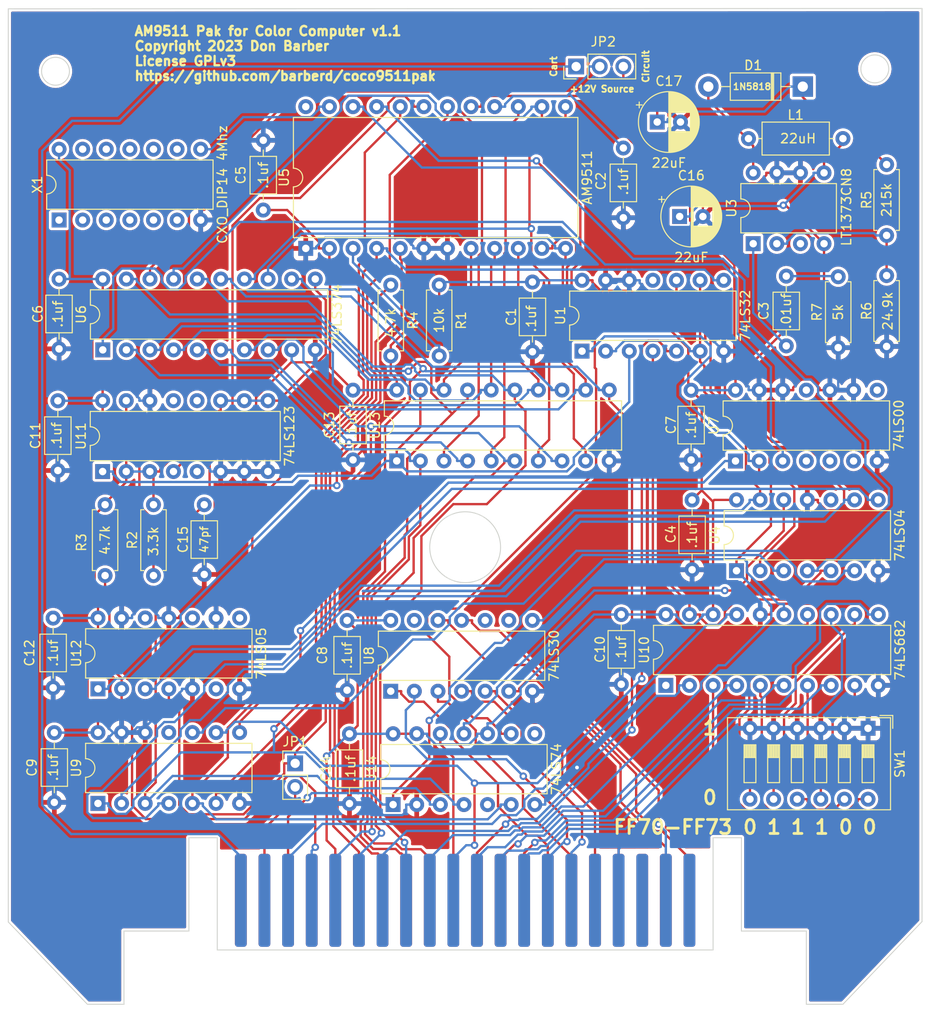
<source format=kicad_pcb>
(kicad_pcb (version 20211014) (generator pcbnew)
  (layers (0 "F.Cu" signal) (31 "B.Cu" signal) (34 "B.Paste" user) (35 "F.Paste" user) (36 "B.SilkS" user "B.Silkscreen") (37 "F.SilkS" user "F.Silkscreen") (38 "B.Mask" user) (39 "F.Mask" user) (44 "Edge.Cuts" user))
  (net 0 "")
  (net 1 "VCC")
  (net 2 "GND")
  (net 3 "Net-(R1-Pad2)")
  (net 4 "/INT*")
  (net 5 "/HALT*")
  (net 6 "Net-(SW1-Pad7)")
  (net 7 "Net-(SW1-Pad8)")
  (net 8 "Net-(SW1-Pad9)")
  (net 9 "Net-(SW1-Pad10)")
  (net 10 "Net-(SW1-Pad11)")
  (net 11 "Net-(SW1-Pad12)")
  (net 12 "/E")
  (net 14 "Net-(JP1-Pad1)")
  (net 15 "/BOARD_SELECT*")
  (net 16 "/A1")
  (net 17 "/PROC_SELECT*")
  (net 18 "/RD_PROC*")
  (net 20 "/WR*")
  (net 21 "Net-(U14-Pad11)")
  (net 22 "Net-(U4-Pad6)")
  (net 23 "/C{slash}D*")
  (net 25 "/CLK")
  (net 26 "/R{slash}W*")
  (net 27 "/R*{slash}W")
  (net 28 "/RESET*")
  (net 29 "/RESET")
  (net 30 "Net-(U12-Pad1)")
  (net 31 "Net-(U13-Pad18)")
  (net 32 "Net-(U13-Pad16)")
  (net 33 "Net-(U13-Pad14)")
  (net 34 "Net-(U13-Pad12)")
  (net 35 "Net-(U13-Pad9)")
  (net 36 "Net-(U13-Pad7)")
  (net 37 "Net-(U13-Pad5)")
  (net 38 "Net-(U13-Pad3)")
  (net 39 "Net-(U5-Pad18)")
  (net 40 "Net-(U11-Pad4)")
  (net 41 "Net-(U14-Pad6)")
  (net 42 "/A0")
  (net 43 "Net-(U14-Pad3)")
  (net 45 "/RD_LATCH*")
  (net 46 "/D0")
  (net 47 "/D1")
  (net 48 "/D2")
  (net 49 "/D3")
  (net 50 "/D4")
  (net 51 "/D7")
  (net 52 "/D6")
  (net 53 "/D5")
  (net 54 "/LATCH_SELECT")
  (net 57 "/A8")
  (net 58 "/A9")
  (net 59 "/A10")
  (net 60 "/A11")
  (net 61 "/A12")
  (net 62 "/A13")
  (net 63 "Net-(U10-Pad15)")
  (net 64 "/A14")
  (net 65 "/A15")
  (net 68 "/A2")
  (net 69 "/A3")
  (net 70 "/A4")
  (net 71 "/A5")
  (net 72 "/A6")
  (net 73 "/A7")
  (net 77 "Net-(U12-Pad3)")
  (net 86 "Net-(U4-Pad9)")
  (net 92 "Net-(C3-Pad1)")
  (net 93 "Net-(C3-Pad2)")
  (net 94 "Net-(C15-Pad1)")
  (net 95 "/+12V")
  (net 96 "Net-(D1-Pad2)")
  (net 97 "Net-(R5-Pad2)")
  (net 99 "/Cart12V")
  (net 100 "Net-(C17-Pad1)")
  (footprint "Package_DIP:DIP-14_W7.62mm" (layer "F.Cu") (at 94.869 120.777 90)
    (fp_text reference "U7")
    (fp_text value "74LS00")
  )
  (footprint "Capacitor_THT:C_Axial_L3.8mm_D2.6mm_P7.50mm_Horizontal" (layer "F.Cu") (at 82.804 87.122 -90)
    (fp_text reference "C2")
    (fp_text value ".1uf")
  )
  (footprint "Resistor_THT:R_Axial_DIN0207_L6.3mm_D2.5mm_P7.62mm_Horizontal" (layer "F.Cu") (at 105.918 100.965 -90)
    (fp_text reference "R7")
    (fp_text value "5k")
  )
  (footprint "Resistor_THT:R_Axial_DIN0207_L6.3mm_D2.5mm_P7.62mm_Horizontal" (layer "F.Cu") (at 27.051 125.476 -90)
    (fp_text reference "R3")
    (fp_text value "4.7k")
  )
  (footprint "Package_DIP:DIP-14_W7.62mm" (layer "F.Cu") (at 94.976 132.578 90)
    (fp_text reference "U4")
    (fp_text value "74LS04")
  )
  (footprint "Package_DIP:DIP-14_W7.62mm" (layer "F.Cu") (at 26.284 157.597 90)
    (fp_text reference "U9")
    (fp_text value "74LS08")
  )
  (footprint "Package_DIP:DIP-16_W7.62mm" (layer "F.Cu") (at 26.787 121.91 90)
    (fp_text reference "U11")
    (fp_text value "74LS123")
  )
  (footprint "Capacitor_THT:C_Axial_L3.8mm_D2.6mm_P7.50mm_Horizontal" (layer "F.Cu") (at 53.086 137.922 -90)
    (fp_text reference "C8")
    (fp_text value ".1uf")
  )
  (footprint "Capacitor_THT:C_Axial_L3.8mm_D2.6mm_P7.50mm_Horizontal" (layer "F.Cu") (at 100.33 108.398 90)
    (fp_text reference "C3")
    (fp_text value ".01uf")
  )
  (footprint "Connector_PinHeader_2.54mm:PinHeader_1x02_P2.54mm_Vertical" (layer "F.Cu") (at 47.498 153.289)
    (fp_text reference "JP1")
    (fp_text value "Jumper_2_Bridged" hide)
  )
  (footprint "Resistor_THT:R_Axial_DIN0207_L6.3mm_D2.5mm_P7.62mm_Horizontal" (layer "F.Cu") (at 32.258 125.476 -90)
    (fp_text reference "R2")
    (fp_text value "3.3k")
  )
  (footprint "Capacitor_THT:C_Axial_L3.8mm_D2.6mm_P7.50mm_Horizontal" (layer "F.Cu") (at 90.201 124.968 -90)
    (fp_text reference "C4")
    (fp_text value ".1uf")
  )
  (footprint "Resistor_THT:R_Axial_DIN0207_L6.3mm_D2.5mm_P7.62mm_Horizontal" (layer "F.Cu") (at 57.785 101.854 -90)
    (fp_text reference "R4")
    (fp_text value "4.7k")
  )
  (footprint "Package_DIP:DIP-20_W7.62mm" (layer "F.Cu") (at 58.425 120.767 90)
    (fp_text reference "U13")
    (fp_text value "74LS244")
  )
  (footprint "Connector_PinHeader_2.54mm:PinHeader_1x03_P2.54mm_Vertical" (layer "F.Cu") (at 77.724 78.359 90)
    (fp_text reference "JP2")
    (fp_text value "Jumper_3_Open")
  )
  (footprint "Package_DIP:DIP-14_W7.62mm" (layer "F.Cu") (at 22.098 94.869 90)
    (fp_text reference "X1")
    (fp_text value "CXO_DIP14 4Mhz")
  )
  (footprint "Package_DIP:DIP-8_W7.62mm" (layer "F.Cu") (at 96.774 97.409 90)
    (fp_text reference "U3")
    (fp_text value "LT1373CN8")
  )
  (footprint "Capacitor_THT:C_Axial_L3.8mm_D2.6mm_P7.50mm_Horizontal" (layer "F.Cu") (at 53.34 150.114 -90)
    (fp_text reference "C14")
    (fp_text value ".1uf")
  )
  (footprint "Inductor_THT:L_Axial_L7.0mm_D3.3mm_P10.16mm_Horizontal_Fastron_MICC" (layer "F.Cu") (at 106.426 86.106 180)
    (fp_text reference "L1")
    (fp_text value "22uH")
  )
  (footprint "Package_DIP:DIP-20_W7.62mm" (layer "F.Cu") (at 26.802 108.829 90)
    (fp_text reference "U6")
    (fp_text value "74LS374")
  )
  (footprint "Button_Switch_THT:SW_DIP_SPSTx06_Slide_9.78x17.42mm_W7.62mm_P2.54mm" (layer "F.Cu") (at 109.126 149.5215 -90)
    (fp_text reference "SW1")
    (fp_text value "SW_DIP_x06")
  )
  (footprint "Diode_THT:D_DO-41_SOD81_P10.16mm_Horizontal" (layer "F.Cu") (at 102.108 80.518 180)
    (fp_text reference "D1")
    (fp_text value "1N5818")
  )
  (footprint "Package_DIP:DIP-14_W7.62mm" (layer "F.Cu") (at 58.034 157.724 90)
    (fp_text reference "U14")
    (fp_text value "74LS74")
  )
  (footprint "Coco:Coco_Cart" (layer "F.Cu") (at 39.116 173.355)
    (fp_text reference "U16" hide)
    (fp_text value "Coco_Cart_Connector")
  )
  (footprint "Capacitor_THT:CP_Radial_D6.3mm_P2.50mm" (layer "F.Cu") (at 88.8606 94.488)
    (fp_text reference "C16")
    (fp_text value "22uF")
  )
  (footprint "Package_DIP:DIP-14_W7.62mm" (layer "F.Cu") (at 57.78 145.532 90)
    (fp_text reference "U8")
    (fp_text value "74LS30")
  )
  (footprint "Capacitor_THT:C_Axial_L3.8mm_D2.6mm_P7.50mm_Horizontal" (layer "F.Cu") (at 21.971 114.3 -90)
    (fp_text reference "C11")
    (fp_text value ".1uf")
  )
  (footprint "Package_DIP:DIP-14_W7.62mm" (layer "F.Cu") (at 78.359 108.966 90)
    (fp_text reference "U1")
    (fp_text value "74LS32")
  )
  (footprint "Package_DIP:DIP-14_W7.62mm" (layer "F.Cu") (at 26.289 145.278 90)
    (fp_text reference "U12")
    (fp_text value "74LS05")
  )
  (footprint "Resistor_THT:R_Axial_DIN0207_L6.3mm_D2.5mm_P7.62mm_Horizontal" (layer "F.Cu") (at 111.125 88.9 -90)
    (fp_text reference "R5")
    (fp_text value "215k")
  )
  (footprint "Package_DIP:DIP-20_W7.62mm" (layer "F.Cu") (at 87.376 144.907 90)
    (fp_text reference "U10")
    (fp_text value "74LS682")
  )
  (footprint "Capacitor_THT:C_Axial_L3.8mm_D2.6mm_P7.50mm_Horizontal" (layer "F.Cu") (at 44.069 93.793 90)
    (fp_text reference "C5")
    (fp_text value ".1uf")
  )
  (footprint "Capacitor_THT:C_Axial_L3.8mm_D2.6mm_P7.50mm_Horizontal" (layer "F.Cu") (at 82.581 137.287 -90)
    (fp_text reference "C10")
    (fp_text value ".1uf")
  )
  (footprint "Capacitor_THT:C_Axial_L3.8mm_D2.6mm_P7.50mm_Horizontal" (layer "F.Cu") (at 22.098 101.219 -90)
    (fp_text reference "C6")
    (fp_text value ".1uf")
  )
  (footprint "Capacitor_THT:C_Axial_L3.8mm_D2.6mm_P7.50mm_Horizontal" (layer "F.Cu") (at 73.025 101.533 -90)
    (fp_text reference "C1")
    (fp_text value ".1uf")
  )
  (footprint "Resistor_THT:R_Axial_DIN0207_L6.3mm_D2.5mm_P7.62mm_Horizontal" (layer "F.Cu") (at 62.992 101.854 -90)
    (fp_text reference "R1")
    (fp_text value "10k")
  )
  (footprint "Resistor_THT:R_Axial_DIN0207_L6.3mm_D2.5mm_P7.62mm_Horizontal" (layer "F.Cu") (at 111.125 100.838 -90)
    (fp_text reference "R6")
    (fp_text value "24.9k")
  )
  (footprint "Capacitor_THT:C_Axial_L3.8mm_D2.6mm_P7.50mm_Horizontal" (layer "F.Cu") (at 21.463 137.668 -90)
    (fp_text reference "C12")
    (fp_text value ".1uf")
  )
  (footprint "Capacitor_THT:C_Axial_L3.8mm_D2.6mm_P7.50mm_Horizontal" (layer "F.Cu") (at 21.59 149.987 -90)
    (fp_text reference "C9")
    (fp_text value ".1uf")
  )
  (footprint "Package_DIP:DIP-24_W15.24mm" (layer "F.Cu") (at 48.641 97.917 90)
    (fp_text reference "U5")
    (fp_text value "AM9511")
  )
  (footprint "Capacitor_THT:C_Axial_L3.8mm_D2.6mm_P7.50mm_Horizontal" (layer "F.Cu") (at 53.721 113.157 -90)
    (fp_text reference "C13")
    (fp_text value ".1uf")
  )
  (footprint "Capacitor_THT:C_Axial_L3.8mm_D2.6mm_P7.50mm_Horizontal" (layer "F.Cu") (at 90.094 113.167 -90)
    (fp_text reference "C7")
    (fp_text value ".1uf")
  )
  (footprint "Capacitor_THT:CP_Radial_D6.3mm_P2.50mm" (layer "F.Cu") (at 86.4476 84.328)
    (fp_text reference "C17")
    (fp_text value "22uF")
  )
  (footprint "Capacitor_THT:C_Axial_L3.8mm_D2.6mm_P7.50mm_Horizontal" (layer "F.Cu") (at 37.719 125.476 -90)
    (fp_text reference "C15")
    (fp_text value "47pf")
  )
  (gr_line (start 36.068 161.29) (end 39.116 161.29) (layer "Edge.Cuts") (width 0.1))
  (gr_line (start 29.083 171.323) (end 36.068 171.323) (layer "Edge.Cuts") (width 0.1))
  (gr_circle (center 64.516 110.49) (end 64.516 110.49) (layer "Edge.Cuts") (width 0.1) (fill none))
  (gr_line (start 95.504 171.323) (end 95.504 161.29) (layer "Edge.Cuts") (width 0.1))
  (gr_line (start 25.146 179.197) (end 29.083 179.197) (layer "Edge.Cuts") (width 0.1))
  (gr_line (start 36.068 171.323) (end 36.068 161.29) (layer "Edge.Cuts") (width 0.1))
  (gr_circle (center 65.786 130.048) (end 69.596 130.048) (layer "Edge.Cuts") (width 0.1) (fill none))
  (gr_line (start 39.116 161.29) (end 39.116 173.355) (layer "Edge.Cuts") (width 0.1))
  (gr_line (start 39.116 173.355) (end 92.456 173.355) (layer "Edge.Cuts") (width 0.1))
  (gr_line (start 95.504 171.323) (end 102.489 171.323) (layer "Edge.Cuts") (width 0.1))
  (gr_line (start 16.637 170.345) (end 25.146 179.197) (layer "Edge.Cuts") (width 0.1))
  (gr_line (start 114.935 72.117) (end 114.935 170.307) (layer "Edge.Cuts") (width 0.1))
  (gr_line (start 102.489 171.323) (end 102.489 179.197) (layer "Edge.Cuts") (width 0.1))
  (gr_line (start 102.489 179.197) (end 106.426 179.197) (layer "Edge.Cuts") (width 0.1))
  (gr_line (start 106.426 179.197) (end 114.935 170.307) (layer "Edge.Cuts") (width 0.1))
  (gr_line (start 92.456 161.29) (end 92.456 173.355) (layer "Edge.Cuts") (width 0.1))
  (gr_line (start 92.456 161.29) (end 95.504 161.29) (layer "Edge.Cuts") (width 0.1))
  (gr_circle (center 21.717 78.867) (end 23.217 78.867) (layer "Edge.Cuts") (width 0.1) (fill none))
  (gr_line (start 16.637 72.155) (end 114.935 72.117) (layer "Edge.Cuts") (width 0.1))
  (gr_line (start 16.637 170.345) (end 16.637 72.155) (layer "Edge.Cuts") (width 0.1))
  (gr_circle (center 109.855 78.613) (end 111.355 78.613) (layer "Edge.Cuts") (width 0.1) (fill none))
  (gr_line (start 29.083 171.323) (end 29.083 179.197) (layer "Edge.Cuts") (width 0.1))
  (gr_text "0" (at 92.106 156.972) (layer "F.SilkS") (effects (font (size 1.5 1.5) (thickness 0.3))))
  (gr_text "AM9511 Pak for Color Computer v1.1\nCopyright 2023 Don Barber\nLicense GPLv3\nhttps://github.com/barberd/coco9511pak" (at 30.099 76.962) (layer "F.SilkS") (effects (font (size 1 1) (thickness 0.25)) (justify left)))
  (gr_text "FF70-FF73\n" (at 88.138 160.147) (layer "F.SilkS") (effects (font (size 1.5 1.5) (thickness 0.3))))
  (gr_text "Cart" (at 75.311 78.359 90) (layer "F.SilkS") (effects (font (size 0.7 0.7) (thickness 0.175))))
  (gr_text "1" (at 92.106 149.479) (layer "F.SilkS") (effects (font (size 1.5 1.5) (thickness 0.3))))
  (gr_text "Circuit" (at 85.217 78.359 90) (layer "F.SilkS") (effects (font (size 0.7 0.7) (thickness 0.175))))
  (gr_text "+12V Source" (at 80.518 80.772) (layer "F.SilkS") (effects (font (size 0.7 0.7) (thickness 0.175))))
  (gr_text "0 1 1 1 0 0" (at 102.87 160.147) (layer "F.SilkS") (effects (font (size 1.5 1.5) (thickness 0.3))))
  (segment (start 25.9216 126.6054) (end 25.9216 136.1655) (width 0.25) (layer "F.Cu") (net 1))
  (segment (start 51.181 97.917) (end 50.0559 97.917) (width 0.25) (layer "F.Cu") (net 1))
  (segment (start 104.394 97.409) (end 104.394 98.5341) (width 0.25) (layer "F.Cu") (net 1))
  (segment (start 51.816 168.021) (end 51.816 162.5002) (width 0.25) (layer "F.Cu") (net 1))
  (segment (start 32.9921 121.6768) (end 32.9921 121.91) (width 0.25) (layer "F.Cu") (net 1))
  (segment (start 51.816 162.5002) (end 50.8824 161.5666) (width 0.25) (layer "F.Cu") (net 1))
  (segment (start 25.6768 103.4593) (end 26.802 102.3341) (width 0.25) (layer "F.Cu") (net 1))
  (segment (start 49.3651 110.617) (end 51.181 110.617) (width 0.25) (layer "F.Cu") (net 1))
  (segment (start 54.2231 149.2309) (end 54.2231 139.0591) (width 0.25) (layer "F.Cu") (net 1))
  (segment (start 50.8824 161.5666) (end 50.8824 152.5091) (width 0.25) (layer "F.Cu") (net 1))
  (segment (start 92.456 125.094) (end 92.456 136.1619) (width 0.25) (layer "F.Cu") (net 1))
  (segment (start 79.4841 101.346) (end 79.4841 101.5792) (width 0.25) (layer "F.Cu") (net 1))
  (segment (start 94.869 113.157) (end 94.869 112.0319) (width 0.25) (layer "F.Cu") (net 1))
  (segment (start 58.425 112.0219) (end 57.785 111.3819) (width 0.25) (layer "F.Cu") (net 1))
  (segment (start 27.051 125.3111) (end 27.051 125.476) (width 0.25) (layer "F.Cu") (net 1))
  (segment (start 93.8509 124.958) (end 92.592 124.958) (width 0.25) (layer "F.Cu") (net 1))
  (segment (start 89.789 112.862) (end 90.094 113.167) (width 0.25) (layer "F.Cu") (net 1))
  (segment (start 92.3914 125.094) (end 91.2332 123.9358) (width 0.25) (layer "F.Cu") (net 1))
  (segment (start 29.327 121.91) (end 29.327 117.9551) (width 0.25) (layer "F.Cu") (net 1))
  (segment (start 89.789 108.6347) (end 89.789 112.862) (width 0.25) (layer "F.Cu") (net 1))
  (segment (start 91.2332 123.9358) (end 90.201 124.968) (width 0.25) (layer "F.Cu") (net 1))
  (segment (start 27.051 125.476) (end 25.9216 126.6054) (width 0.25) (layer "F.Cu") (net 1))
  (segment (start 100.265 93.28) (end 104.394 97.409) (width 0.25) (layer "F.Cu") (net 1))
  (segment (start 44.069 93.793) (end 46.6452 93.793) (width 0.25) (layer "F.Cu") (net 1))
  (segment (start 92.456 137.287) (end 92.456 136.1619) (width 0.25) (layer "F.Cu") (net 1))
  (segment (start 31.867 121.91) (end 32.258 121.91) (width 0.25) (layer "F.Cu") (net 1))
  (segment (start 78.359 101.346) (end 79.4841 101.346) (width 0.25) (layer "F.Cu") (net 1))
  (segment (start 104.394 102.5069) (end 94.869 112.0319) (width 0.25) (layer "F.Cu") (net 1))
  (segment (start 29.327 122.4725) (end 29.327 123.0351) (width 0.25) (layer "F.Cu") (net 1))
  (segment (start 26.289 137.658) (end 26.289 136.5329) (width 0.25) (layer "F.Cu") (net 1))
  (segment (start 100.011 93.28) (end 100.265 93.28) (width 0.25) (layer "F.Cu") (net 1))
  (segment (start 58.034 150.104) (end 60.574 150.104) (width 0.25) (layer "F.Cu") (net 1))
  (segment (start 25.1638 139.9083) (end 26.289 138.7831) (width 0.25) (layer "F.Cu") (net 1))
  (segment (start 104.394 89.789) (end 104.394 88.6639) (width 0.25) (layer "F.Cu") (net 1))
  (segment (start 39.487 115.4151) (end 39.2538 115.4151) (width 0.25) (layer "F.Cu") (net 1))
  (segment (start 57.785 108.3489) (end 62.992 103.1419) (width 0.25) (layer "F.Cu") (net 1))
  (segment (start 26.787 114.29) (end 26.787 113.1649) (width 0.25) (layer "F.Cu") (net 1))
  (segment (start 32.258 125.476) (end 32.258 121.91) (width 0.25) (layer "F.Cu") (net 1))
  (segment (start 104.394 88.6639) (end 106.426 86.6319) (width 0.25) (layer "F.Cu") (net 1))
  (segment (start 90.094 113.167) (end 91.2332 114.3062) (width 0.25) (layer "F.Cu") (net 1))
  (segment (start 104.394 98.5341) (end 104.394 102.5069) (width 0.25) (layer "F.Cu") (net 1))
  (segment (start 26.787 113.1649) (end 25.6768 112.0547) (width 0.25) (layer "F.Cu") (net 1))
  (segment (start 26.802 101.209) (end 26.802 102.3341) (width 0.25) (layer "F.Cu") (net 1))
  (segment (start 51.181 97.917) (end 51.181 99.0421) (width 0.25) (layer "F.Cu") (net 1))
  (segment (start 25.6768 112.0547) (end 25.6768 103.4593) (width 0.25) (layer "F.Cu") (net 1))
  (segment (start 57.785 111.3819) (end 57.785 109.474) (width 0.25) (layer "F.Cu") (net 1))
  (segment (start 29.327 122.4725) (end 29.327 121.91) (width 0.25) (layer "F.Cu") (net 1))
  (segment (start 26.284 149.977) (end 26.284 148.8519) (width 0.25) (layer "F.Cu") (net 1))
  (segment (start 32.258 121.91) (end 32.9921 121.91) (width 0.25) (layer "F.Cu") (net 1))
  (segment (start 50.0559 97.2037) (end 50.0559 97.917) (width 0.25) (layer "F.Cu") (net 1))
  (segment (start 51.181 110.617) (end 53.721 113.157) (width 0.25) (layer "F.Cu") (net 1))
  (segment (start 62.992 103.1419) (end 62.992 101.854) (width 0.25) (layer "F.Cu") (net 1))
  (segment (start 83.6348 102.4805) (end 89.789 108.6347) (width 0.25) (layer "F.Cu") (net 1))
  (segment (start 92.592 124.958) (end 92.456 125.094) (width 0.25) (layer "F.Cu") (net 1))
  (segment (start 26.787 114.29) (end 26.787 115.4151) (width 0.25) (layer "F.Cu") (net 1))
  (segment (start 29.327 117.9551) (end 26.787 115.4151) (width 0.25) (layer "F.Cu") (net 1))
  (segment (start 39.487 114.29) (end 39.487 115.4151) (width 0.25) (layer "F.Cu") (net 1))
  (segment (start 94.976 124.958) (end 93.8509 124.958) (width 0.25) (layer "F.Cu") (net 1))
  (segment (start 44.567 114.29) (end 45.6921 114.29) (width 0.25) (layer "F.Cu") (net 1))
  (segment (start 91.2332 114.3062) (end 91.2332 123.9358) (width 0.25) (layer "F.Cu") (net 1))
  (segment (start 106.426 86.6319) (end 106.426 86.106) (width 0.25) (layer "F.Cu") (net 1))
  (segment (start 80.3854 102.4805) (end 83.6348 102.4805) (width 0.25) (layer "F.Cu") (net 1))
  (segment (start 51.181 110.617) (end 51.2443 110.5537) (width 0.25) (layer "F.Cu") (net 1))
  (segment (start 26.284 148.8519) (end 25.1638 147.7317) (width 0.25) (layer "F.Cu") (net 1))
  (segment (start 46.6452 93.793) (end 50.0559 97.2037) (width 0.25) (layer "F.Cu") (net 1))
  (segment (start 54.2231 139.0591) (end 53.086 137.922) (width 0.25) (layer "F.Cu") (net 1))
  (segment (start 25.1638 147.7317) (end 25.1638 139.9083) (width 0.25) (layer "F.Cu") (net 1))
  (segment (start 45.6921 114.29) (end 49.3651 110.617) (width 0.25) (layer "F.Cu") (net 1))
  (segment (start 51.2443 110.5537) (end 51.2443 99.1054) (width 0.25) (layer "F.Cu") (net 1))
  (segment (start 79.4841 101.5792) (end 80.3854 102.4805) (width 0.25) (layer "F.Cu") (net 1))
  (segment (start 39.2538 115.4151) (end 32.9921 121.6768) (width 0.25) (layer "F.Cu") (net 1))
  (segment (start 26.289 137.658) (end 26.289 138.7831) (width 0.25) (layer "F.Cu") (net 1))
  (segment (start 25.9216 136.1655) (end 26.289 136.5329) (width 0.25) (layer "F.Cu") (net 1))
  (segment (start 58.425 113.147) (end 58.425 112.0219) (width 0.25) (layer "F.Cu") (net 1))
  (segment (start 92.456 125.094) (end 92.3914 125.094) (width 0.25) (layer "F.Cu") (net 1))
  (segment (start 57.785 109.474) (end 57.785 108.3489) (width 0.25) (layer "F.Cu") (net 1))
  (segment (start 53.34 150.114) (end 54.2231 149.2309) (width 0.25) (layer "F.Cu") (net 1))
  (segment (start 51.2443 99.1054) (end 51.181 99.0421) (width 0.25) (layer "F.Cu") (net 1))
  (segment (start 29.327 123.0351) (end 27.051 125.3111) (width 0.25) (layer "F.Cu") (net 1))
  (via (at 50.8824 152.5091) (size 0.8) (drill 0.4) (layers "F.Cu" "B.Cu") (net 1))
  (via (at 100.011 93.28) (size 0.8) (drill 0.4) (layers "F.Cu" "B.Cu") (net 1))
  (segment (start 21.971 114.3) (end 25.6519 114.3) (width 0.25) (layer "B.Cu") (net 1))
  (segment (start 53.721 113.157) (end 57.2899 113.157) (width 0.25) (layer "B.Cu") (net 1))
  (segment (start 79.6584 137.287) (end 71.75 145.1954) (width 0.25) (layer "B.Cu") (net 1))
  (segment (start 25.1489 149.987) (end 25.1589 149.977) (width 0.25) (layer "B.Cu") (net 1))
  (segment (start 71.75 145.8892) (end 68.6603 148.9789) (width 0.25) (layer "B.Cu") (net 1))
  (segment (start 26.802 101.209) (end 23.2494 101.209) (width 0.25) (layer "B.Cu") (net 1))
  (segment (start 42.027 114.29) (end 39.487 114.29) (width 0.25) (layer "B.Cu") (net 1))
  (segment (start 87.376 137.287) (end 82.581 137.287) (width 0.25) (layer "B.Cu") (net 1))
  (segment (start 90.094 113.167) (end 93.7339 113.167) (width 0.25) (layer "B.Cu") (net 1))
  (segment (start 82.581 137.287) (end 79.6584 137.287) (width 0.25) (layer "B.Cu") (net 1))
  (segment (start 25.6519 114.3) (end 25.6619 114.29) (width 0.25) (layer "B.Cu") (net 1))
  (segment (start 63.313 101.533) (end 62.992 101.854) (width 0.25) (layer "B.Cu") (net 1))
  (segment (start 23.2494 101.209) (end 22.108 101.209) (width 0.25) (layer "B.Cu") (net 1))
  (segment (start 67.0689 150.104) (end 67.0689 150.3853) (width 0.25) (layer "B.Cu") (net 1))
  (segment (start 57.2899 113.157) (end 57.2999 113.147) (width 0.25) (layer "B.Cu") (net 1))
  (segment (start 26.289 137.658) (end 25.1639 137.658) (width 0.25) (layer "B.Cu") (net 1))
  (segment (start 58.034 150.104) (end 56.9089 150.104) (width 0.25) (layer "B.Cu") (net 1))
  (segment (start 60.574 150.104) (end 61.6991 150.104) (width 0.25) (layer "B.Cu") (net 1))
  (segment (start 31.867 121.91) (end 29.327 121.91) (width 0.25) (layer "B.Cu") (net 1))
  (segment (start 23.2494 101.209) (end 23.2494 89.5255) (width 0.25) (layer "B.Cu") (net 1))
  (segment (start 93.7339 113.167) (end 93.7439 113.157) (width 0.25) (layer "B.Cu") (net 1))
  (segment (start 73.212 101.346) (end 73.025 101.533) (width 0.25) (layer "B.Cu") (net 1))
  (segment (start 22.108 101.209) (end 22.098 101.219) (width 0.25) (layer "B.Cu") (net 1))
  (segment (start 53.34 150.114) (end 53.2775 150.114) (width 0.25) (layer "B.Cu") (net 1))
  (segment (start 56.8989 150.114) (end 53.34 150.114) (width 0.25) (layer "B.Cu") (net 1))
  (segment (start 92.456 137.287) (end 91.3309 137.287) (width 0.25) (layer "B.Cu") (net 1))
  (segment (start 88.5011 137.287) (end 88.5011 137.4632) (width 0.25) (layer "B.Cu") (net 1))
  (segment (start 26.284 149.977) (end 25.1589 149.977) (width 0.25) (layer "B.Cu") (net 1))
  (segment (start 67.0689 150.3853) (end 66.2099 151.2443) (width 0.25) (layer "B.Cu") (net 1))
  (segment (start 56.9089 150.104) (end 56.8989 150.114) (width 0.25) (layer "B.Cu") (net 1))
  (segment (start 57.78 137.912) (end 56.6549 137.912) (width 0.25) (layer "B.Cu") (net 1))
  (segment (start 91.3309 137.4632) (end 91.3309 137.287) (width 0.25) (layer "B.Cu") (net 1))
  (segment (start 25.1539 137.668) (end 25.1639 137.658) (width 0.25) (layer "B.Cu") (net 1))
  (segment (start 89.45 138.4121) (end 90.382 138.4121) (width 0.25) (layer "B.Cu") (net 1))
  (segment (start 78.359 101.346) (end 73.212 101.346) (width 0.25) (layer "B.Cu") (net 1))
  (segment (start 87.376 137.287) (end 88.5011 137.287) (width 0.25) (layer "B.Cu") (net 1))
  (segment (start 68.194 150.104) (end 68.194 148.9789) (width 0.25) (layer "B.Cu") (net 1))
  (segment (start 21.59 149.987) (end 25.1489 149.987) (width 0.25) (layer "B.Cu") (net 1))
  (segment (start 26.787 114.29) (end 25.6619 114.29) (width 0.25) (layer "B.Cu") (net 1))
  (segment (start 89.9857 94.488) (end 89.9857 94.2066) (width 0.25) (layer "B.Cu") (net 1))
  (segment (start 104.394 89.789) (end 103.2689 89.789) (width 0.25) (layer "B.Cu") (net 1))
  (segment (start 58.425 113.147) (end 57.2999 113.147) (width 0.25) (layer "B.Cu") (net 1))
  (segment (start 62.6062 151.2443) (end 61.6991 150.3372) (width 0.25) (layer "B.Cu") (net 1))
  (segment (start 90.8294 93.3629) (end 99.9281 93.3629) (width 0.25) (layer "B.Cu") (net 1))
  (segment (start 94.869 113.157) (end 93.7439 113.157) (width 0.25) (layer "B.Cu") (net 1))
  (segment (start 44.567 114.29) (end 42.027 114.29) (width 0.25) (layer "B.Cu") (net 1))
  (segment (start 89.9857 94.2066) (end 90.8294 93.3629) (width 0.25) (layer "B.Cu") (net 1))
  (segment (start 103.2689 90.0221) (end 103.2689 89.789) (width 0.25) (layer "B.Cu") (net 1))
  (segment (start 88.5011 137.4632) (end 89.45 138.4121) (width 0.25) (layer "B.Cu") (net 1))
  (segment (start 88.8606 94.488) (end 89.9857 94.488) (width 0.25) (layer "B.Cu") (net 1))
  (segment (start 68.194 150.104) (end 67.0689 150.104) (width 0.25) (layer "B.Cu") (net 1))
  (segment (start 61.6991 150.3372) (end 61.6991 150.104) (width 0.25) (layer "B.Cu") (net 1))
  (segment (start 66.2099 151.2443) (end 62.6062 151.2443) (width 0.25) (layer "B.Cu") (net 1))
  (segment (start 73.025 101.533) (end 63.313 101.533) (width 0.25) (layer "B.Cu") (net 1))
  (segment (start 23.2494 89.5255) (end 22.098 88.3741) (width 0.25) (layer "B.Cu") (net 1))
  (segment (start 21.463 137.668) (end 25.1539 137.668) (width 0.25) (layer "B.Cu") (net 1))
  (segment (start 99.9281 93.3629) (end 100.011 93.28) (width 0.25) (layer "B.Cu") (net 1))
  (segment (start 71.75 145.1954) (end 71.75 145.8892) (width 0.25) (layer "B.Cu") (net 1))
  (segment (start 90.382 138.4121) (end 91.3309 137.4632) (width 0.25) (layer "B.Cu") (net 1))
  (segment (start 22.098 87.249) (end 22.098 88.3741) (width 0.25) (layer "B.Cu") (net 1))
  (segment (start 100.011 93.28) (end 103.2689 90.0221) (width 0.25) (layer "B.Cu") (net 1))
  (segment (start 53.086 137.922) (end 56.6449 137.922) (width 0.25) (layer "B.Cu") (net 1))
  (segment (start 68.6603 148.9789) (end 68.194 148.9789) (width 0.25) (layer "B.Cu") (net 1))
  (segment (start 53.2775 150.114) (end 50.8824 152.5091) (width 0.25) (layer "B.Cu") (net 1))
  (segment (start 56.6449 137.922) (end 56.6549 137.912) (width 0.25) (layer "B.Cu") (net 1))
  (segment (start 52.1953 147.4378) (end 53.086 146.5471) (width 0.25) (layer "F.Cu") (net 2))
  (segment (start 44.069 87.4181) (end 37.7432 93.7439) (width 0.25) (layer "F.Cu") (net 2))
  (segment (start 110.236 147.2864) (end 110.236 144.907) (width 0.25) (layer "F.Cu") (net 2))
  (segment (start 90.201 132.468) (end 90.201 131.3429) (width 0.25) (layer "F.Cu") (net 2))
  (segment (start 98.6611 137.0538) (end 98.6611 137.287) (width 0.25) (layer "F.Cu") (net 2))
  (segment (start 39.487 130.0829) (end 37.719 131.8509) (width 0.25) (layer "F.Cu") (net 2))
  (segment (start 110.109 121.9021) (end 109.0868 122.9243) (width 0.25) (layer "F.Cu") (net 2))
  (segment (start 73.02 145.532) (end 73.02 146.6571) (width 0.25) (layer "F.Cu") (net 2))
  (segment (start 110.216 132.578) (end 110.216 131.4529) (width 0.25) (layer "F.Cu") (net 2))
  (segment (start 61.341 97.917) (end 62.7559 97.917) (width 0.25) (layer "F.Cu") (net 2))
  (segment (start 38.989 137.658) (end 38.989 136.5329) (width 0.25) (layer "F.Cu") (net 2))
  (segment (start 109.0868 130.3237) (end 110.216 131.4529) (width 0.25) (layer "F.Cu") (net 2))
  (segment (start 102.596 124.958) (end 103.7211 124.958) (width 0.25) (layer "F.Cu") (net 2))
  (segment (start 81.285 121.8921) (end 81.285 142.3659) (width 0.25) (layer "F.Cu") (net 2))
  (segment (start 37.7432 93.7439) (end 37.338 93.7439) (width 0.25) (layer "F.Cu") (net 2))
  (segment (start 97.409 113.157) (end 99.949 113.157) (width 0.25) (layer "F.Cu") (net 2))
  (segment (start 83.439 96.3821) (end 82.804 95.7471) (width 0.25) (layer "F.Cu") (net 2))
  (segment (start 53.086 145.422) (end 53.086 146.5471) (width 0.25) (layer "F.Cu") (net 2))
  (segment (start 109.126 149.5215) (end 109.126 148.3964) (width 0.25) (layer "F.Cu") (net 2))
  (segment (start 44.069 86.293) (end 44.069 87.4181) (width 0.25) (layer "F.Cu") (net 2))
  (segment (start 37.4829 135.0267) (end 38.989 136.5329) (width 0.25) (layer "F.Cu") (net 2))
  (segment (start 105.029 113.157) (end 103.9039 113.157) (width 0.25) (layer "F.Cu") (net 2))
  (segment (start 48.5165 99.1666) (end 48.5165 106.5584) (width 0.25) (layer "F.Cu") (net 2))
  (segment (start 73.02 146.6571) (end 77.8176 151.4547) (width 0.25) (layer "F.Cu") (net 2))
  (segment (start 77.8176 153.7372) (end 82.296 158.2156) (width 0.25) (layer "F.Cu") (net 2))
  (segment (start 57.1156 111.1346) (end 56.6572 110.6762) (width 0.25) (layer "F.Cu") (net 2))
  (segment (start 82.296 158.2156) (end 82.296 168.021) (width 0.25) (layer "F.Cu") (net 2))
  (segment (start 35.0341 137.4755) (end 35.0341 137.658) (width 0.25) (layer "F.Cu") (net 2))
  (segment (start 41.529 144.1529) (end 38.989 141.6129) (width 0.25) (layer "F.Cu") (net 2))
  (segment (start 82.804 94.622) (end 82.804 95.7471) (width 0.25) (layer "F.Cu") (net 2))
  (segment (start 61.341 103.4169) (end 61.341 97.917) (width 0.25) (layer "F.Cu") (net 2))
  (segment (start 48.641 99.0421) (end 48.5165 99.1666) (width 0.25) (layer "F.Cu") (net 2))
  (segment (start 53.721 120.657) (end 54.7033 119.6747) (width 0.25) (layer "F.Cu") (net 2))
  (segment (start 110.216 133.1405) (end 110.216 132.578) (width 0.25) (layer "F.Cu") (net 2))
  (segment (start 109.126 148.3964) (end 110.236 147.2864) (width 0.25) (layer "F.Cu") (net 2))
  (segment (start 101.0741 113.157) (end 101.0741 112.8757) (width 0.25) (layer "F.Cu") (net 2))
  (segment (start 109.091 136.125) (end 109.091 134.8281) (width 0.25) (layer "F.Cu") (net 2))
  (segment (start 104.6272 126.0973) (end 103.7211 125.1912) (width 0.25) (layer "F.Cu") (net 2))
  (segment (start 109.091 142.6369) (end 109.091 136.125) (width 0.25) (layer "F.Cu") (net 2))
  (segment (start 38.989 137.658) (end 38.989 141.6129) (width 0.25) (layer "F.Cu") (net 2))
  (segment (start 35.5472 99.1581) (end 37.338 97.3673) (width 0.25) (layer "F.Cu") (net 2))
  (segment (start 103.7211 125.1912) (end 103.7211 124.958) (width 0.25) (layer "F.Cu") (net 2))
  (segment (start 98.1889 90.0221) (end 98.1889 89.789) (width 0.25) (layer "F.Cu") (net 2))
  (segment (start 37.719 134.7906) (end 37.4829 135.0267) (width 0.25) (layer "F.Cu") (net 2))
  (segment (start 81.285 142.3659) (end 82.581 143.6619) (width 0.25) (layer "F.Cu") (net 2))
  (segment (start 36.449 145.278) (end 36.449 144.1529) (width 0.25) (layer "F.Cu") (net 2))
  (segment (start 54.7033 116.9649) (end 57.1156 114.5526) (width 0.25) (layer "F.Cu") (net 2))
  (segment (start 56.6572 110.6762) (end 56.6572 108.1007) (width 0.25) (layer "F.Cu") (net 2))
  (segment (start 89.065 122.8211) (end 89.065 130.2069) (width 0.25) (layer "F.Cu") (net 2))
  (segment (start 97.536 137.287) (end 98.6611 137.287) (width 0.25) (layer "F.Cu") (net 2))
  (segment (start 91.3606 90.9243) (end 97.2867 90.9243) (width 0.25) (layer "F.Cu") (net 2))
  (segment (start 53.34 157.614) (end 53.34 156.4889) (width 0.25) (layer "F.Cu") (net 2))
  (segment (start 37.719 132.976) (end 37.719 131.8509) (width 0.25) (layer "F.Cu") (net 2))
  (segment (start 109.0868 126.0973) (end 109.0868 130.3237) (width 0.25) (layer "F.Cu") (net 2))
  (segment (start 91.3606 86.741) (end 91.3606 90.9243) (width 0.25) (layer "F.Cu") (net 2))
  (segment (start 49.662 108.829) (end 49.662 107.7039) (width 0.25) (layer "F.Cu") (net 2))
  (segment (start 109.0868 126.0973) (end 104.6272 126.0973) (width 0.25) (layer "F.Cu") (net 2))
  (segment (start 77.8176 151.4547) (end 77.8176 153.7372) (width 0.25) (layer "F.Cu") (net 2))
  (segment (start 53.34 152.668) (end 52.1953 151.5233) (width 0.25) (layer "F.Cu") (net 2))
  (segment (start 39.487 121.91) (end 39.487 130.0829) (width 0.25) (layer "F.Cu") (net 2))
  (segment (start 101.0741 112.8757) (end 101.942 112.0078) (width 0.25) (layer "F.Cu") (net 2))
  (segment (start 33.909 137.658) (end 35.0341 137.658) (width 0.25) (layer "F.Cu") (net 2))
  (segment (start 54.7033 119.6747) (end 54.7033 116.9649) (width 0.25) (layer "F.Cu") (net 2))
  (segment (start 109.091 136.125) (end 99.5899 136.125) (width 0.25) (layer "F.Cu") (net 2))
  (segment (start 57.1156 114.5526) (end 57.1156 111.1346) (width 0.25) (layer "F.Cu") (net 2))
  (segment (start 88.9476 84.328) (end 91.3606 86.741) (width 0.25) (layer "F.Cu") (net 2))
  (segment (start 90.094 121.7921) (end 89.065 122.8211) (width 0.25) (layer "F.Cu") (net 2))
  (segment (start 52.1953 151.5233) (end 52.1953 147.4378) (width 0.25) (layer "F.Cu") (net 2))
  (segment (start 37.719 134.1011) (end 37.719 134.7906) (width 0.25) (layer "F.Cu") (net 2))
  (segment (start 83.439 101.346) (end 83.439 96.3821) (width 0.25) (layer "F.Cu") (net 2))
  (segment (start 101.942 112.0078) (end 102.9878 112.0078) (width 0.25) (layer "F.Cu") (net 2))
  (segment (start 99.314 89.789) (end 101.854 89.789) (width 0.25) (layer "F.Cu") (net 2))
  (segment (start 37.719 132.976) (end 37.719 134.1011) (width 0.25) (layer "F.Cu") (net 2))
  (segment (start 81.285 120.767) (end 81.285 121.8921) (width 0.25) (layer "F.Cu") (net 2))
  (segment (start 103.9039 112.9239) (end 103.9039 113.157) (width 0.25) (layer "F.Cu") (net 2))
  (segment (start 48.641 97.917) (end 48.641 99.0421) (width 0.25) (layer "F.Cu") (net 2))
  (segment (start 99.5899 136.125) (end 98.6611 137.0538) (width 0.25) (layer "F.Cu") (net 2))
  (segment (start 110.236 144.907) (end 110.236 143.7819) (width 0.25) (layer "F.Cu") (net 2))
  (segment (start 37.338 97.3673) (end 37.338 94.869) (width 0.25) (layer "F.Cu") (net 2))
  (segment (start 102.9878 112.0078) (end 103.9039 112.9239) (width 0.25) (layer "F.Cu") (net 2))
  (segment (start 97.2867 90.9243) (end 98.1889 90.0221) (width 0.25) (layer "F.Cu") (net 2))
  (segment (start 48.5165 106.5584) (end 49.662 107.7039) (width 0.25) (layer "F.Cu") (net 2))
  (segment (start 37.338 94.869) (end 37.338 93.7439) (width 0.25) (layer "F.Cu") (net 2))
  (segment (start 90.094 120.667) (end 90.094 121.7921) (width 0.25) (layer "F.Cu") (net 2))
  (segment (start 56.6572 108.1007) (end 61.341 103.4169) (width 0.25) (layer "F.Cu") (net 2))
  (segment (start 99.314 89.789) (end 98.1889 89.789) (width 0.25) (layer "F.Cu") (net 2))
  (segment (start 35.5472 109.4847) (end 35.5472 99.1581) (width 0.25) (layer "F.Cu") (net 2))
  (segment (start 91.3606 90.9243) (end 91.3606 94.488) (width 0.25) (layer "F.Cu") (net 2))
  (segment (start 110.236 143.7819) (end 109.091 142.6369) (width 0.25) (layer "F.Cu") (net 2))
  (segment (start 41.529 145.278) (end 41.529 144.1529) (width 0.25) (layer "F.Cu") (net 2))
  (segment (start 109.0868 122.9243) (end 109.0868 126.0973) (width 0.25) (layer "F.Cu") (net 2))
  (segment (start 31.867 114.29) (end 31.867 113.1649) (width 0.25) (layer "F.Cu") (net 2))
  (segment (start 109.091 134.8281) (end 110.216 133.7031) (width 0.25) (layer "F.Cu") (net 2))
  (segment (start 99.949 113.157) (end 101.0741 113.157) (width 0.25) (layer "F.Cu") (net 2))
  (segment (start 37.4829 135.0267) (end 35.0341 137.4755) (width 0.25) (layer "F.Cu") (net 2))
  (segment (start 110.109 120.777) (end 110.109 121.9021) (width 0.25) (layer "F.Cu") (net 2))
  (segment (start 53.34 156.4889) (end 53.34 152.668) (width 0.25) (layer "F.Cu") (net 2))
  (segment (start 89.065 130.2069) (end 90.201 131.3429) (width 0.25) (layer "F.Cu") (net 2))
  (segment (start 31.867 113.1649) (end 35.5472 109.4847) (width 0.25) (layer "F.Cu") (net 2))
  (segment (start 63.881 97.917) (end 62.7559 97.917) (width 0.25) (layer "F.Cu") (net 2))
  (segment (start 38.989 141.6129) (end 36.449 144.1529) (width 0.25) (layer "F.Cu") (net 2))
  (segment (start 110.216 133.1405) (end 110.216 133.7031) (width 0.25) (layer "F.Cu") (net 2))
  (segment (start 82.581 144.787) (end 82.581 143.6619) (width 0.25) (layer "F.Cu") (net 2))
  (via (at 77.8176 153.7372) (size 0.8) (drill 0.4) (layers "F.Cu" "B.Cu") (net 2))
  (segment (start 52.5959 120.657) (end 51.3429 121.91) (width 0.25) (layer "B.Cu") (net 2))
  (segment (start 67.584 109.033) (end 73.025 109.033) (width 0.25) (layer "B.Cu") (net 2))
  (segment (start 81.285 120.767) (end 82.4101 120.767) (width 0.25) (layer "B.Cu") (net 2))
  (segment (start 59.4489 157.724) (end 59.4489 158.4373) (width 0.25) (layer "B.Cu") (net 2))
  (segment (start 28.824 149.977) (end 29.9491 149.977) (width 0.25) (layer "B.Cu") (net 2))
  (segment (start 31.867 114.29) (end 30.7419 114.29) (width 0.25) (layer "B.Cu") (net 2))
  (segment (start 30.806 136.5248) (end 31.8838 136.5248) (width 0.25) (layer "B.Cu") (net 2))
  (segment (start 23.1001 145.168) (end 21.463 145.168) (width 0.25) (layer "B.Cu") (net 2))
  (segment (start 49.7661 97.7406) (end 50.7297 96.777) (width 0.25) (layer "B.Cu") (net 2))
  (segment (start 33.909 137.658) (end 32.7839 137.658) (width 0.25) (layer "B.Cu") (net 2))
  (segment (start 110.109 116.8221) (end 110.109 120.777) (width 0.25) (layer "B.Cu") (net 2))
  (segment (start 27.942 150.0099) (end 21.59 156.3619) (width 0.25) (layer "B.Cu") (net 2))
  (segment (start 21.59 157.487) (end 21.59 156.3619) (width 0.25) (layer "B.Cu") (net 2))
  (segment (start 84.5641 101.346) (end 84.5641 101.6274) (width 0.25) (layer "B.Cu") (net 2))
  (segment (start 97.409 113.157) (end 96.2839 113.157) (width 0.25) (layer "B.Cu") (net 2))
  (segment (start 55.7073 158.8562) (end 54.4651 157.614) (width 0.25) (layer "B.Cu") (net 2))
  (segment (start 105.918 108.585) (end 107.0431 108.585) (width 0.25) (layer "B.Cu") (net 2))
  (segment (start 32.1001 115.4151) (end 31.867 115.4151) (width 0.25) (layer "B.Cu") (net 2))
  (segment (start 31.364 149.4144) (end 30.5117 149.4144) (width 0.25) (layer "B.Cu") (net 2))
  (segment (start 74.3991 157.724) (end 74.3991 157.1557) (width 0.25) (layer "B.Cu") (net 2))
  (segment (start 90.201 132.468) (end 91.3261 132.468) (width 0.25) (layer "B.Cu") (net 2))
  (segment (start 52.1314 157.6975) (end 52.2149 157.614) (width 0.25) (layer "B.Cu") (net 2))
  (segment (start 41.524 157.597) (end 42.6491 157.597) (width 0.25) (layer "B.Cu") (net 2))
  (segment (start 55.1237 96.777) (end 55.1237 98.4066) (width 0.25) (layer "B.Cu") (net 2))
  (segment (start 39.487 121.91) (end 42.027 121.91) (width 0.25) (layer "B.Cu") (net 2))
  (segment (start 107.569 114.2821) (end 110.109 116.8221) (width 0.25) (layer "B.Cu") (net 2))
  (segment (start 38.3619 121.91) (end 38.3619 121.6769) (width 0.25) (layer "B.Cu") (net 2))
  (segment (start 21.971 120.6749) (end 22.1116 120.6749) (width 0.25) (layer "B.Cu") (net 2))
  (segment (start 111.125 108.458) (end 107.1701 108.458) (width 0.25) (layer "B.Cu") (net 2))
  (segment (start 28.2615 149.977) (end 28.2286 150.0099) (width 0.25) (layer "B.Cu") (net 2))
  (segment (start 82.581 144.787) (end 74.8901 144.787) (width 0.25) (layer "B.Cu") (net 2))
  (segment (start 97.536 137.287) (end 97.536 136.1619) (width 0.25) (layer "B.Cu") (net 2))
  (segment (start 83.9291 94.622) (end 84.9203 95.6132) (width 0.25) (layer "B.Cu") (net 2))
  (segment (start 35.3239 145.4545) (end 31.364 149.4144) (width 0.25) (layer "B.Cu") (net 2))
  (segment (start 28.057 114.7295) (end 28.057 113.1104) (width 0.25) (layer "B.Cu") (net 2))
  (segment (start 105.918 113.157) (end 105.918 109.7101) (width 0.25) (layer "B.Cu") (net 2))
  (segment (start 60.2159 97.6839) (end 60.2159 97.917) (width 0.25) (layer "B.Cu") (net 2))
  (segment (start 23.6656 108.719) (end 23.2231 108.719) (width 0.25) (layer "B.Cu") (net 2))
  (segment (start 93.599 110.0911) (end 96.2839 112.776) (width 0.25) (layer "B.Cu") (net 2))
  (segment (start 36.449 145.278) (end 35.3239 145.278) (width 0.25) (layer "B.Cu") (net 2))
  (segment (start 87.1041 102.4711) (end 93.599 108.966) (width 0.25) (layer "B.Cu") (net 2))
  (segment (start 42.7981 145.422) (end 42.6541 145.278) (width 0.25) (layer "B.Cu") (net 2))
  (segment (start 22.1116 120.6749) (end 28.057 114.7295) (width 0.25) (layer "B.Cu") (net 2))
  (segment (start 55.1237 96.777) (end 59.309 96.777) (width 0.25) (layer "B.Cu") (net 2))
  (segment (start 74.1501 108.6574) (end 80.899 101.9085) (width 0.25) (layer "B.Cu") (net 2))
  (segment (start 97.536 136.1619) (end 95.0773 133.7032) (width 0.25) (layer "B.Cu") (net 2))
  (segment (start 38.3619 121.6769) (end 32.1001 115.4151) (width 0.25) (layer "B.Cu") (net 2))
  (segment (start 50.7297 96.777) (end 55.1237 96.777) (width 0.25) (layer "B.Cu") (net 2))
  (segment (start 28.829 137.658) (end 29.9541 137.658) (width 0.25) (layer "B.Cu") (net 2))
  (segment (start 84.9203 95.6132) (end 90.2354 95.6132) (width 0.25) (layer "B.Cu") (net 2))
  (segment (start 98.966 149.5215) (end 101.506 149.5215) (width 0.25) (layer "B.Cu") (net 2))
  (segment (start 82.5101 120.667) (end 90.094 120.667) (width 0.25) (layer "B.Cu") (net 2))
  (segment (start 96.426 149.5215) (end 95.3009 149.5215) (width 0.25) (layer "B.Cu") (net 2))
  (segment (start 90.2354 95.6132) (end 91.3606 94.488) (width 0.25) (layer "B.Cu") (net 2))
  (segment (start 30.7419 114.0569) (end 30.7419 114.29) (width 0.25) (layer "B.Cu") (net 2))
  (segment (start 32.7839 137.4249) (end 32.7839 137.658) (width 0.25) (layer "B.Cu") (net 2))
  (segment (start 92.5613 133.7032) (end 91.3261 132.468) (width 0.25) (layer "B.Cu") (net 2))
  (segment (start 74.8901 144.787) (end 74.1451 145.532) (width 0.25) (layer "B.Cu") (net 2))
  (segment (start 31.867 114.29) (end 31.867 115.4151) (width 0.25) (layer "B.Cu") (net 2))
  (segment (start 28.824 149.977) (end 28.2615 149.977) (width 0.25) (layer "B.Cu") (net 2))
  (segment (start 93.599 108.966) (end 93.599 110.0911) (width 0.25) (layer "B.Cu") (net 2))
  (segment (start 30.5117 149.4144) (end 29.9491 149.977) (width 0.25) (layer "B.Cu") (net 2))
  (segment (start 55.1237 98.4066) (end 56.5029 99.7858) (width 0.25) (layer "B.Cu") (net 2))
  (segment (start 22.098 108.719) (end 23.2231 108.719) (width 0.25) (layer "B.Cu") (net 2))
  (segment (start 42.6491 157.597) (end 42.7496 157.6975) (width 0.25) (layer "B.Cu") (net 2))
  (segment (start 31.8838 136.5248) (end 32.7839 137.4249) (width 0.25) (layer "B.Cu") (net 2))
  (segment (start 80.899 101.6272) (end 82.0327 101.6272) (width 0.25) (layer "B.Cu") (net 2))
  (segment (start 21.971 121.8) (end 21.971 120.6749) (width 0.25) (layer "B.Cu") (net 2))
  (segment (start 29.7954 113.1104) (end 30.7419 114.0569) (width 0.25) (layer "B.Cu") (net 2))
  (segment (start 58.3368 99.7858) (end 67.584 109.033) (width 0.25) (layer "B.Cu") (net 2))
  (segment (start 60.574 157.724) (end 59.4489 157.724) (width 0.25) (layer "B.Cu") (net 2))
  (segment (start 35.3239 145.278) (end 35.3239 145.4545) (width 0.25) (layer "B.Cu") (net 2))
  (segment (start 48.641 97.917) (end 49.7661 97.917) (width 0.25) (layer "B.Cu") (net 2))
  (segment (start 74.1501 109.033) (end 74.1501 108.6574) (width 0.25) (layer "B.Cu") (net 2))
  (segment (start 105.918 108.585) (end 105.918 109.7101) (width 0.25) (layer "B.Cu") (net 2))
  (segment (start 29.9541 137.658) (end 29.9541 137.3767) (width 0.25) (layer "B.Cu") (net 2))
  (segment (start 49.7661 97.917) (end 49.7661 97.7406) (width 0.25) (layer "B.Cu") (net 2))
  (segment (start 41.529 145.278) (end 42.6541 145.278) (width 0.25) (layer "B.Cu") (net 2))
  (segment (start 82.296 168.021) (end 82.296 162.5264) (width 0.25) (layer "B.Cu") (net 2))
  (segment (start 82.296 162.5264) (end 95.3009 149.5215) (width 0.25) (layer "B.Cu") (net 2))
  (segment (start 83.439 101.346) (end 84.5641 101.346) (width 0.25) (layer "B.Cu") (net 2))
  (segment (start 28.057 113.1104) (end 29.7954 113.1104) (width 0.25) (layer "B.Cu") (net 2))
  (segment (start 42.7496 157.6975) (end 52.1314 157.6975) (width 0.25) (layer "B.Cu") (net 2))
  (segment (start 53.721 120.657) (end 52.5959 120.657) (width 0.25) (layer "B.Cu") (net 2))
  (segment (start 106.586 149.5215) (end 109.126 149.5215) (width 0.25) (layer "B.Cu") (net 2))
  (segment (start 95.0773 133.7032) (end 92.5613 133.7032) (width 0.25) (layer "B.Cu") (net 2))
  (segment (start 73.025 109.033) (end 74.1501 109.033) (width 0.25) (layer "B.Cu") (net 2))
  (segment (start 59.03 158.8562) (end 55.7073 158.8562) (width 0.25) (layer "B.Cu") (net 2))
  (segment (start 107.1701 108.458) (end 107.0431 108.585) (width 0.25) (layer "B.Cu") (net 2))
  (segment (start 51.3429 121.91) (end 44.567 121.91) (width 0.25) (layer "B.Cu") (net 2))
  (segment (start 39.487 121.91) (end 38.3619 121.91) (width 0.25) (layer "B.Cu") (net 2))
  (segment (start 105.029 113.157) (end 105.918 113.157) (width 0.25) (layer "B.Cu") (net 2))
  (segment (start 74.3991 157.1557) (end 77.8176 153.7372) (width 0.25) (layer "B.Cu") (net 2))
  (segment (start 104.046 149.5215) (end 106.586 149.5215) (width 0.25) (layer "B.Cu") (net 2))
  (segment (start 31.364 149.977) (end 31.364 149.4144) (width 0.25) (layer "B.Cu") (net 2))
  (segment (start 28.057 113.1104) (end 23.6656 108.719) (width 0.25) (layer "B.Cu") (net 2))
  (segment (start 96.2839 112.776) (end 96.2839 113.157) (width 0.25) (layer "B.Cu") (net 2))
  (segment (start 53.086 145.422) (end 42.7981 145.422) (width 0.25) (layer "B.Cu") (net 2))
  (segment (start 53.34 157.614) (end 52.2149 157.614) (width 0.25) (layer "B.Cu") (net 2))
  (segment (start 59.309 96.777) (end 60.2159 97.6839) (width 0.25) (layer "B.Cu") (net 2))
  (segment (start 56.5029 99.7858) (end 58.3368 99.7858) (width 0.25) (layer "B.Cu") (net 2))
  (segment (start 83.439 101.346) (end 82.3139 101.346) (width 0.25) (layer "B.Cu") (net 2))
  (segment (start 80.899 101.6272) (end 80.899 101.9085) (width 0.25) (layer "B.Cu") (net 2))
  (segment (start 82.804 94.622) (end 83.9291 94.622) (width 0.25) (layer "B.Cu") (net 2))
  (segment (start 84.5641 101.6274) (end 85.4078 102.4711) (width 0.25) (layer "B.Cu") (net 2))
  (segment (start 27.942 150.0099) (end 23.1001 145.168) (width 0.25) (layer "B.Cu") (net 2))
  (segment (start 107.569 113.157) (end 107.569 114.2821) (width 0.25) (layer "B.Cu") (net 2))
  (segment (start 59.4489 158.4373) (end 59.03 158.8562) (width 0.25) (layer "B.Cu") (net 2))
  (segment (start 29.9541 137.3767) (end 30.806 136.5248) (width 0.25) (layer "B.Cu") (net 2))
  (segment (start 82.0327 101.6272) (end 82.3139 101.346) (width 0.25) (layer "B.Cu") (net 2))
  (segment (start 82.4101 120.767) (end 82.5101 120.667) (width 0.25) (layer "B.Cu") (net 2))
  (segment (start 53.34 157.614) (end 54.4651 157.614) (width 0.25) (layer "B.Cu") (net 2))
  (segment (start 73.274 157.724) (end 74.3991 157.724) (width 0.25) (layer "B.Cu") (net 2))
  (segment (start 85.4078 102.4711) (end 87.1041 102.4711) (width 0.25) (layer "B.Cu") (net 2))
  (segment (start 101.506 149.5215) (end 104.046 149.5215) (width 0.25) (layer "B.Cu") (net 2))
  (segment (start 96.426 149.5215) (end 98.966 149.5215) (width 0.25) (layer "B.Cu") (net 2))
  (segment (start 28.2286 150.0099) (end 27.942 150.0099) (width 0.25) (layer "B.Cu") (net 2))
  (segment (start 105.918 113.157) (end 107.569 113.157) (width 0.25) (layer "B.Cu") (net 2))
  (segment (start 61.341 97.917) (end 60.2159 97.917) (width 0.25) (layer "B.Cu") (net 2))
  (segment (start 73.02 145.532) (end 74.1451 145.532) (width 0.25) (layer "B.Cu") (net 2))
  (segment (start 80.899 101.346) (end 80.899 101.6272) (width 0.25) (layer "B.Cu") (net 2))
  (segment (start 42.027 121.91) (end 44.567 121.91) (width 0.25) (layer "B.Cu") (net 2))
  (segment (start 53.721 97.917) (end 53.721 99.4276) (width 0.25) (layer "B.Cu") (net 3))
  (segment (start 62.992 109.474) (end 62.992 108.3489) (width 0.25) (layer "B.Cu") (net 3))
  (segment (start 62.6423 108.3489) (end 62.992 108.3489) (width 0.25) (layer "B.Cu") (net 3))
  (segment (start 53.721 99.4276) (end 62.6423 108.3489) (width 0.25) (layer "B.Cu") (net 3))
  (segment (start 27.5172 142.8411) (end 27.5172 134.6873) (width 0.25) (layer "F.Cu") (net 4))
  (segment (start 28.829 145.278) (end 28.829 144.1529) (width 0.25) (layer "F.Cu") (net 4))
  (segment (start 28.829 145.8405) (end 28.829 145.278) (width 0.25) (layer "F.Cu") (net 4))
  (segment (start 47.977 154.6444) (end 49.6599 156.3273) (width 0.25) (layer "F.Cu") (net 4))
  (segment (start 27.5172 134.6873) (end 27.051 134.2211) (width 0.25) (layer "F.Cu") (net 4))
  (segment (start 49.6599 156.3273) (end 49.6599 162.3121) (width 0.25) (layer "F.Cu") (net 4))
  (segment (start 46.7051 154.6444) (end 47.977 154.6444) (width 0.25) (layer "F.Cu") (net 4))
  (segment (start 28.829 146.4031) (end 29.9541 147.5282) (width 0.25) (layer "F.Cu") (net 4))
  (segment (start 27.051 133.096) (end 27.051 134.2211) (width 0.25) (layer "F.Cu") (net 4))
  (segment (start 28.829 145.8405) (end 28.829 146.4031) (width 0.25) (layer "F.Cu") (net 4))
  (segment (start 42.0694 159.2801) (end 46.7051 154.6444) (width 0.25) (layer "F.Cu") (net 4))
  (segment (start 29.9541 147.5282) (end 29.9541 157.811) (width 0.25) (layer "F.Cu") (net 4))
  (segment (start 31.4232 159.2801) (end 42.0694 159.2801) (width 0.25) (layer "F.Cu") (net 4))
  (segment (start 28.829 144.1529) (end 27.5172 142.8411) (width 0.25) (layer "F.Cu") (net 4))
  (segment (start 29.9541 157.811) (end 31.4232 159.2801) (width 0.25) (layer "F.Cu") (net 4))
  (via (at 49.6599 162.3121) (size 0.8) (drill 0.4) (layers "F.Cu" "B.Cu") (net 4))
  (segment (start 49.276 162.696) (end 49.6599 162.3121) (width 0.25) (layer "B.Cu") (net 4))
  (segment (start 49.276 168.021) (end 49.276 162.696) (width 0.25) (layer "B.Cu") (net 4))
  (segment (start 44.196 168.021) (end 44.196 160.3061) (width 0.25) (layer "F.Cu") (net 5))
  (segment (start 44.196 160.3061) (end 47.498 157.0041) (width 0.25) (layer "F.Cu") (net 5))
  (segment (start 47.498 155.829) (end 47.498 157.0041) (width 0.25) (layer "F.Cu") (net 5))
  (segment (start 95.2967 148.493) (end 95.2967 154.8871) (width 0.25) (layer "F.Cu") (net 6))
  (segment (start 102.616 138.4121) (end 102.3347 138.4121) (width 0.25) (layer "F.Cu") (net 6))
  (segment (start 96.426 157.1415) (end 96.426 156.0164) (width 0.25) (layer "F.Cu") (net 6))
  (segment (start 96.3505 144.3963) (end 96.3505 147.4392) (width 0.25) (layer "F.Cu") (net 6))
  (segment (start 96.3505 147.4392) (end 95.2967 148.493) (width 0.25) (layer "F.Cu") (net 6))
  (segment (start 102.616 137.287) (end 102.616 138.4121) (width 0.25) (layer "F.Cu") (net 6))
  (segment (start 102.3347 138.4121) (end 96.3505 144.3963) (width 0.25) (layer "F.Cu") (net 6))
  (segment (start 95.2967 154.8871) (end 96.426 156.0164) (width 0.25) (layer "F.Cu") (net 6))
  (segment (start 98.966 156.0164) (end 100.0911 154.8913) (width 0.25) (layer "F.Cu") (net 7))
  (segment (start 107.696 137.287) (end 107.696 138.4121) (width 0.25) (layer "F.Cu") (net 7))
  (segment (start 107.4628 138.4121) (end 107.696 138.4121) (width 0.25) (layer "F.Cu") (net 7))
  (segment (start 100.0911 154.8913) (end 100.0911 148.0804) (width 0.25) (layer "F.Cu") (net 7))
  (segment (start 101.346 144.5289) (end 107.4628 138.4121) (width 0.25) (layer "F.Cu") (net 7))
  (segment (start 98.966 157.1415) (end 98.966 156.0164) (width 0.25) (layer "F.Cu") (net 7))
  (segment (start 100.0911 148.0804) (end 101.346 146.8255) (width 0.25) (layer "F.Cu") (net 7))
  (segment (start 101.346 146.8255) (end 101.346 144.5289) (width 0.25) (layer "F.Cu") (net 7))
  (segment (start 102.6311 157.3747) (end 102.6311 157.1415) (width 0.25) (layer "F.Cu") (net 8))
  (segment (start 105.316 157.4682) (end 104.5003 158.2839) (width 0.25) (layer "F.Cu") (net 8))
  (segment (start 104.5003 158.2839) (end 103.5403 158.2839) (width 0.25) (layer "F.Cu") (net 8))
  (segment (start 103.5403 158.2839) (end 102.6311 157.3747) (width 0.25) (layer "F.Cu") (net 8))
  (segment (start 105.316 148.4121) (end 105.316 157.4682) (width 0.25) (layer "F.Cu") (net 8))
  (segment (start 107.696 144.907) (end 107.696 146.0321) (width 0.25) (layer "F.Cu") (net 8))
  (segment (start 101.506 157.1415) (end 102.6311 157.1415) (width 0.25) (layer "F.Cu") (net 8))
  (segment (start 107.696 146.0321) (end 105.316 148.4121) (width 0.25) (layer "F.Cu") (net 8))
  (segment (start 102.616 144.907) (end 102.616 146.0321) (width 0.25) (layer "F.Cu") (net 9))
  (segment (start 104.046 157.1415) (end 104.046 156.0164) (width 0.25) (layer "F.Cu") (net 9))
  (segment (start 102.616 146.0321) (end 102.6312 146.0473) (width 0.25) (layer "F.Cu") (net 9))
  (segment (start 102.6312 146.0473) (end 102.6312 154.6016) (width 0.25) (layer "F.Cu") (net 9))
  (segment (start 102.6312 154.6016) (end 104.046 156.0164) (width 0.25) (layer "F.Cu") (net 9))
  (segment (start 104.9934 158.7341) (end 106.586 157.1415) (width 0.25) (layer "F.Cu") (net 10))
  (segment (start 98.9212 158.7341) (end 104.9934 158.7341) (width 0.25) (layer "F.Cu") (net 10))
  (segment (start 97.536 146.0321) (end 97.696 146.1921) (width 0.25) (layer "F.Cu") (net 10))
  (segment (start 97.536 144.907) (end 97.536 146.0321) (width 0.25) (layer "F.Cu") (net 10))
  (segment (start 97.696 146.1921) (end 97.696 157.5089) (width 0.25) (layer "F.Cu") (net 10))
  (segment (start 97.696 157.5089) (end 98.9212 158.7341) (width 0.25) (layer "F.Cu") (net 10))
  (segment (start 109.126 157.1415) (end 108.0009 157.1415) (width 0.25) (layer "F.Cu") (net 11))
  (segment (start 96.9073 159.2355) (end 106.14 159.2355) (width 0.25) (layer "F.Cu") (net 11))
  (segment (start 106.14 159.2355) (end 108.0009 157.3746) (width 0.25) (layer "F.Cu") (net 11))
  (segment (start 92.456 154.7842) (end 96.9073 159.2355) (width 0.25) (layer "F.Cu") (net 11))
  (segment (start 108.0009 157.3746) (end 108.0009 157.1415) (width 0.25) (layer "F.Cu") (net 11))
  (segment (start 92.456 144.907) (end 92.456 154.7842) (width 0.25) (layer "F.Cu") (net 11))
  (segment (start 69.6323 158.8634) (end 68.6887 159.807) (width 0.25) (layer "B.Cu") (net 12))
  (segment (start 93.8709 137.5684) (end 93.0272 138.4121) (width 0.25) (layer "B.Cu") (net 12))
  (segment (start 46.736 163.4971) (end 46.736 168.021) (width 0.25) (layer "B.Cu") (net 12))
  (segment (start 91.7805 138.4121) (end 74.1801 156.0125) (width 0.25) (layer "B.Cu") (net 12))
  (segment (start 94.996 137.287) (end 93.8709 137.287) (width 0.25) (layer "B.Cu") (net 12))
  (segment (start 93.8709 137.287) (end 93.8709 137.5684) (width 0.25) (layer "B.Cu") (net 12))
  (segment (start 73.3794 156.0125) (end 72.1488 157.2431) (width 0.25) (layer "B.Cu") (net 12))
  (segment (start 74.1801 156.0125) (end 73.3794 156.0125) (width 0.25) (layer "B.Cu") (net 12))
  (segment (start 72.1488 157.2431) (end 72.1488 157.9917) (width 0.25) (layer "B.Cu") (net 12))
  (segment (start 71.2771 158.8634) (end 69.6323 158.8634) (width 0.25) (layer "B.Cu") (net 12))
  (segment (start 93.0272 138.4121) (end 91.7805 138.4121) (width 0.25) (layer "B.Cu") (net 12))
  (segment (start 72.1488 157.9917) (end 71.2771 158.8634) (width 0.25) (layer "B.Cu") (net 12))
  (segment (start 68.6887 159.807) (end 50.4261 159.807) (width 0.25) (layer "B.Cu") (net 12))
  (segment (start 50.4261 159.807) (end 46.736 163.4971) (width 0.25) (layer "B.Cu") (net 12))
  (segment (start 50.7874 148.8245) (end 50.7874 119.6075) (width 0.25) (layer "F.Cu") (net 14))
  (segment (start 56.2154 111.5076) (end 55.7031 110.9953) (width 0.25) (layer "F.Cu") (net 14))
  (segment (start 55.7031 103.9359) (end 57.785 101.854) (width 0.25) (layer "F.Cu") (net 14))
  (segment (start 47.498 153.289) (end 46.3229 153.289) (width 0.25) (layer "F.Cu") (net 14))
  (segment (start 47.498 152.1139) (end 50.7874 148.8245) (width 0.25) (layer "F.Cu") (net 14))
  (segment (start 36.0213 158.7688) (end 41.9441 158.7688) (width 0.25) (layer "F.Cu") (net 14))
  (segment (start 33.909 145.278) (end 33.909 146.4031) (width 0.25) (layer "F.Cu") (net 14))
  (segment (start 33.909 146.4031) (end 35.0341 147.5282) (width 0.25) (layer "F.Cu") (net 14))
  (segment (start 50.7874 119.6075) (end 56.2154 114.1795) (width 0.25) (layer "F.Cu") (net 14))
  (segment (start 47.498 153.289) (end 47.498 152.1139) (width 0.25) (layer "F.Cu") (net 14))
  (segment (start 41.9441 158.7688) (end 46.3229 154.39) (width 0.25) (layer "F.Cu") (net 14))
  (segment (start 56.2154 114.1795) (end 56.2154 111.5076) (width 0.25) (layer "F.Cu") (net 14))
  (segment (start 46.3229 154.39) (end 46.3229 153.289) (width 0.25) (layer "F.Cu") (net 14))
  (segment (start 55.7031 110.9953) (end 55.7031 103.9359) (width 0.25) (layer "F.Cu") (net 14))
  (segment (start 35.0341 157.7816) (end 36.0213 158.7688) (width 0.25) (layer "F.Cu") (net 14))
  (segment (start 35.0341 147.5282) (end 35.0341 157.7816) (width 0.25) (layer "F.Cu") (net 14))
  (segment (start 91.8958 138.423) (end 92.9207 138.423) (width 0.25) (layer "F.Cu") (net 15))
  (segment (start 91.0411 137.287) (end 91.0411 137.5683) (width 0.25) (layer "F.Cu") (net 15))
  (segment (start 85.979 132.2249) (end 89.916 136.1619) (width 0.25) (layer "F.Cu") (net 15))
  (segment (start 91.0411 137.5683) (end 91.8958 138.423) (width 0.25) (layer "F.Cu") (net 15))
  (segment (start 104.0109 132.8111) (end 104.0109 132.578) (width 0.25) (layer "F.Cu") (net 15))
  (segment (start 89.916 137.287) (end 91.0411 137.287) (width 0.25) (layer "F.Cu") (net 15))
  (segment (start 105.136 132.578) (end 104.0109 132.578) (width 0.25) (layer "F.Cu") (net 15))
  (segment (start 85.979 108.966) (end 85.979 132.2249) (width 0.25) (layer "F.Cu") (net 15))
  (segment (start 101.1472 135.6748) (end 104.0109 132.8111) (width 0.25) (layer "F.Cu") (net 15))
  (segment (start 93.726 136.9527) (end 95.0039 135.6748) (width 0.25) (layer "F.Cu") (net 15))
  (segment (start 93.726 137.6177) (end 93.726 136.9527) (width 0.25) (layer "F.Cu") (net 15))
  (segment (start 92.9207 138.423) (end 93.726 137.6177) (width 0.25) (layer "F.Cu") (net 15))
  (segment (start 89.916 137.287) (end 89.916 136.1619) (width 0.25) (layer "F.Cu") (net 15))
  (segment (start 95.0039 135.6748) (end 101.1472 135.6748) (width 0.25) (layer "F.Cu") (net 15))
  (segment (start 86.5439 107.8347) (end 85.4896 107.8347) (width 0.25) (layer "F.Cu") (net 16))
  (segment (start 84.7916 108.5327) (end 84.7916 144.1877) (width 0.25) (layer "F.Cu") (net 16))
  (segment (start 87.3939 108.6847) (end 86.5439 107.8347) (width 0.25) (layer "F.Cu") (net 16))
  (segment (start 66.7933 155.4175) (end 66.7933 162.0942) (width 0.25) (layer "F.Cu") (net 16))
  (segment (start 87.3939 108.966) (end 87.3939 108.6847) (width 0.25) (layer "F.Cu") (net 16))
  (segment (start 88.519 108.966) (end 87.3939 108.966) (width 0.25) (layer "F.Cu") (net 16))
  (segment (start 85.4896 107.8347) (end 84.7916 108.5327) (width 0.25) (layer "F.Cu") (net 16))
  (via (at 66.7933 162.0942) (size 0.8) (drill 0.4) (layers "F.Cu" "B.Cu") (net 16))
  (via (at 66.7933 155.4175) (size 0.8) (drill 0.4) (layers "F.Cu" "B.Cu") (net 16))
  (via (at 84.7916 144.1877) (size 0.8) (drill 0.4) (layers "F.Cu" "B.Cu") (net 16))
  (segment (start 50.669 153.5509) (end 45.9371 148.819) (width 0.25) (layer "B.Cu") (net 16))
  (segment (start 66.7933 155.4175) (end 64.9267 153.5509) (width 0.25) (layer "B.Cu") (net 16))
  (segment (start 64.9267 153.5509) (end 50.669 153.5509) (width 0.25) (layer "B.Cu") (net 16))
  (segment (start 65.9001 162.0942) (end 66.7933 162.0942) (width 0.25) (layer "B.Cu") (net 16))
  (segment (start 66.7933 155.4175) (end 73.5618 155.4175) (width 0.25) (layer "B.Cu") (net 16))
  (segment (start 38.984 149.977) (end 40.1091 149.977) (width 0.25) (layer "B.Cu") (net 16))
  (segment (start 64.516 168.021) (end 64.516 163.4783) (width 0.25) (layer "B.Cu") (net 16))
  (segment (start 45.9371 148.819) (end 41.0339 148.819) (width 0.25) (layer "B.Cu") (net 16))
  (segment (start 73.5618 155.4175) (end 84.7916 144.1877) (width 0.25) (layer "B.Cu") (net 16))
  (segment (start 40.1091 149.7438) (end 40.1091 149.977) (width 0.25) (layer "B.Cu") (net 16))
  (segment (start 64.516 163.4783) (end 65.9001 162.0942) (width 0.25) (layer "B.Cu") (net 16))
  (segment (start 41.0339 148.819) (end 40.1091 149.7438) (width 0.25) (layer "B.Cu") (net 16))
  (segment (start 91.059 105.0111) (end 91.059 108.966) (width 0.25) (layer "F.Cu") (net 17))
  (segment (start 91.059 110.0911) (end 91.5254 110.5575) (width 0.25) (layer "F.Cu") (net 17))
  (segment (start 91.5254 110.5575) (end 91.5254 113.3591) (width 0.25) (layer "F.Cu") (net 17))
  (segment (start 88.519 101.346) (end 88.519 102.4711) (width 0.25) (layer "F.Cu") (net 17))
  (segment (start 88.519 102.4711) (end 91.059 105.0111) (width 0.25) (layer "F.Cu") (net 17))
  (segment (start 95.9942 117.8279) (end 95.9942 122.3111) (width 0.25) (layer "F.Cu") (net 17))
  (segment (start 91.059 108.966) (end 91.059 110.0911) (width 0.25) (layer "F.Cu") (net 17))
  (segment (start 97.516 124.958) (end 97.516 123.8329) (width 0.25) (layer "F.Cu") (net 17))
  (segment (start 95.9942 122.3111) (end 97.516 123.8329) (width 0.25) (layer "F.Cu") (net 17))
  (segment (start 91.5254 113.3591) (end 95.9942 117.8279) (width 0.25) (layer "F.Cu") (net 17))
  (segment (start 82.0241 108.7328) (end 82.9161 107.8408) (width 0.25) (layer "B.Cu") (net 17))
  (segment (start 37.719 145.6509) (end 34.5215 148.8484) (width 0.25) (layer "B.Cu") (net 17))
  (segment (start 91.059 108.966) (end 89.9339 108.966) (width 0.25) (layer "B.Cu") (net 17))
  (segment (start 25.1362 158.5665) (end 25.7493 159.1796) (width 0.25) (layer "B.Cu") (net 17))
  (segment (start 96.3909 125.2393) (end 95.537 126.0932) (width 0.25) (layer "B.Cu") (net 17))
  (segment (start 37.719 144.8986) (end 37.719 145.6509) (width 0.25) (layer "B.Cu") (net 17))
  (segment (start 32.7789 157.8301) (end 32.7789 157.597) (width 0.25) (layer "B.Cu") (net 17))
  (segment (start 80.899 108.966) (end 82.0241 108.966) (width 0.25) (layer "B.Cu") (net 17))
  (segment (start 39.9725 142.6451) (end 37.719 144.8986) (width 0.25) (layer "B.Cu") (net 17))
  (segment (start 96.3909 124.958) (end 96.3909 125.2393) (width 0.25) (layer "B.Cu") (net 17))
  (segment (start 25.7493 159.1796) (end 31.4294 159.1796) (width 0.25) (layer "B.Cu") (net 17))
  (segment (start 33.4108 148.8484) (end 32.634 149.6252) (width 0.25) (layer "B.Cu") (net 17))
  (segment (start 46.1117 142.6451) (end 39.9725 142.6451) (width 0.25) (layer "B.Cu") (net 17))
  (segment (start 33.904 157.597) (end 32.7789 157.597) (width 0.25) (layer "B.Cu") (net 17))
  (segment (start 26.7455 156.2522) (end 25.557 156.2522) (width 0.25) (layer "B.Cu") (net 17))
  (segment (start 25.557 156.2522) (end 25.1362 156.673) (width 0.25) (layer "B.Cu") (net 17))
  (segment (start 69.4253 134.1822) (end 54.5746 134.1822) (width 0.25) (layer "B.Cu") (net 17))
  (segment (start 77.5143 126.0932) (end 69.4253 134.1822) (width 0.25) (layer "B.Cu") (net 17))
  (segment (start 54.5746 134.1822) (end 46.1117 142.6451) (width 0.25) (layer "B.Cu") (net 17))
  (segment (start 25.1362 156.673) (end 25.1362 158.5665) (width 0.25) (layer "B.Cu") (net 17))
  (segment (start 31.4294 159.1796) (end 32.7789 157.8301) (width 0.25) (layer "B.Cu") (net 17))
  (segment (start 89.09 107.8408) (end 89.9339 108.6847) (width 0.25) (layer "B.Cu") (net 17))
  (segment (start 32.634 150.3637) (end 26.7455 156.2522) (width 0.25) (layer "B.Cu") (net 17))
  (segment (start 82.0241 108.966) (end 82.0241 108.7328) (width 0.25) (layer "B.Cu") (net 17))
  (segment (start 34.5215 148.8484) (end 33.4108 148.8484) (width 0.25) (layer "B.Cu") (net 17))
  (segment (start 32.634 149.6252) (end 32.634 150.3637) (width 0.25) (layer "B.Cu") (net 17))
  (segment (start 89.9339 108.6847) (end 89.9339 108.966) (width 0.25) (layer "B.Cu") (net 17))
  (segment (start 95.537 126.0932) (end 77.5143 126.0932) (width 0.25) (layer "B.Cu") (net 17))
  (segment (start 82.9161 107.8408) (end 89.09 107.8408) (width 0.25) (layer "B.Cu") (net 17))
  (segment (start 97.516 124.958) (end 96.3909 124.958) (width 0.25) (layer "B.Cu") (net 17))
  (segment (start 49.7486 145.0418) (end 49.7486 119.3729) (width 0.25) (layer "F.Cu") (net 18))
  (segment (start 55.3152 113.8063) (end 55.3152 111.8807) (width 0.25) (layer "F.Cu") (net 18))
  (segment (start 54.7993 111.3648) (end 54.7993 100.5038) (width 0.25) (layer "F.Cu") (net 18))
  (segment (start 55.3152 111.8807) (end 54.7993 111.3648) (width 0.25) (layer "F.Cu") (net 18))
  (segment (start 56.261 97.917) (end 56.261 99.0421) (width 0.25) (layer "F.Cu") (net 18))
  (segment (start 49.7486 119.3729) (end 55.3152 113.8063) (width 0.25) (layer "F.Cu") (net 18))
  (segment (start 54.7993 100.5038) (end 56.261 99.0421) (width 0.25) (layer "F.Cu") (net 18))
  (segment (start 45.2191 149.5713) (end 49.7486 145.0418) (width 0.25) (layer "F.Cu") (net 18))
  (via (at 45.2191 149.5713) (size 0.8) (drill 0.4) (layers "F.Cu" "B.Cu") (net 18))
  (segment (start 48.5918 152.1105) (end 45.2191 152.1105) (width 0.25) (layer "B.Cu") (net 18))
  (segment (start 59.3859 100.1981) (end 91.5591 100.1981) (width 0.25) (layer "B.Cu") (net 18))
  (segment (start 35.2262 152.1105) (end 30.094 157.2427) (width 0.25) (layer "B.Cu") (net 18))
  (segment (start 27.4091 157.8784) (end 27.4091 157.597) (width 0.25) (layer "B.Cu") (net 18))
  (segment (start 26.284 157.597) (end 27.4091 157.597) (width 0.25) (layer "B.Cu") (net 18))
  (segment (start 62.0357 154.9495) (end 51.4308 154.9495) (width 0.25) (layer "B.Cu") (net 18))
  (segment (start 30.094 157.2427) (end 30.094 157.9461) (width 0.25) (layer "B.Cu") (net 18))
  (segment (start 65.654 157.724) (end 64.5289 157.724) (width 0.25) (layer "B.Cu") (net 18))
  (segment (start 57.3861 98.1983) (end 59.3859 100.1981) (width 0.25) (layer "B.Cu") (net 18))
  (segment (start 45.2191 152.1105) (end 35.2262 152.1105) (width 0.25) (layer "B.Cu") (net 18))
  (segment (start 51.4308 154.9495) (end 48.5918 152.1105) (width 0.25) (layer "B.Cu") (net 18))
  (segment (start 56.261 97.917) (end 57.3861 97.917) (width 0.25) (layer "B.Cu") (net 18))
  (segment (start 93.599 101.346) (end 92.4739 101.346) (width 0.25) (layer "B.Cu") (net 18))
  (segment (start 92.4739 101.1129) (end 92.4739 101.346) (width 0.25) (layer "B.Cu") (net 18))
  (segment (start 29.318 158.7221) (end 28.2528 158.7221) (width 0.25) (layer "B.Cu") (net 18))
  (segment (start 64.5289 157.4427) (end 62.0357 154.9495) (width 0.25) (layer "B.Cu") (net 18))
  (segment (start 64.5289 157.724) (end 64.5289 157.4427) (width 0.25) (layer "B.Cu") (net 18))
  (segment (start 91.5591 100.1981) (end 92.4739 101.1129) (width 0.25) (layer "B.Cu") (net 18))
  (segment (start 57.3861 97.917) (end 57.3861 98.1983) (width 0.25) (layer "B.Cu") (net 18))
  (segment (start 28.2528 158.7221) (end 27.4091 157.8784) (width 0.25) (layer "B.Cu") (net 18))
  (segment (start 30.094 157.9461) (end 29.318 158.7221) (width 0.25) (layer "B.Cu") (net 18))
  (segment (start 45.2191 152.1105) (end 45.2191 149.5713) (width 0.25) (layer "B.Cu") (net 18))
  (segment (start 58.425 120.767) (end 58.425 119.6419) (width 0.25) (layer "F.Cu") (net 20))
  (segment (start 58.425 119.6419) (end 60.965 117.1019) (width 0.25) (layer "F.Cu") (net 20))
  (segment (start 60.965 117.1019) (end 60.965 113.147) (width 0.25) (layer "F.Cu") (net 20))
  (segment (start 83.439 114.4266) (end 77.475 120.3906) (width 0.25) (layer "B.Cu") (net 20))
  (segment (start 58.425 120.767) (end 57.2999 120.767) (width 0.25) (layer "B.Cu") (net 20))
  (segment (start 76.7239 121.8926) (end 59.5506 121.8926) (width 0.25) (layer "B.Cu") (net 20))
  (segment (start 57.2999 120.767) (end 55.7067 122.3602) (width 0.25) (layer "B.Cu") (net 20))
  (segment (start 47.8324 122.3602) (end 47.1575 123.0351) (width 0.25) (layer "B.Cu") (net 20))
  (segment (start 59.5506 121.8926) (end 58.425 120.767) (width 0.25) (layer "B.Cu") (net 20))
  (segment (start 47.1575 123.0351) (end 28.7558 123.0351) (width 0.25) (layer "B.Cu") (net 20))
  (segment (start 28.7558 123.0351) (end 27.9121 122.1914) (width 0.25) (layer "B.Cu") (net 20))
  (segment (start 55.7067 122.3602) (end 47.8324 122.3602) (width 0.25) (layer "B.Cu") (net 20))
  (segment (start 26.787 121.91) (end 27.9121 121.91) (width 0.25) (layer "B.Cu") (net 20))
  (segment (start 83.439 108.966) (end 83.439 114.4266) (width 0.25) (layer "B.Cu") (net 20))
  (segment (start 27.9121 122.1914) (end 27.9121 121.91) (width 0.25) (layer "B.Cu") (net 20))
  (segment (start 77.475 120.3906) (end 77.475 121.1415) (width 0.25) (layer "B.Cu") (net 20))
  (segment (start 77.475 121.1415) (end 76.7239 121.8926) (width 0.25) (layer "B.Cu") (net 20))
  (segment (start 100.056 128.2762) (end 100.056 124.958) (width 0.25) (layer "F.Cu") (net 21))
  (segment (start 96.1012 133.5176) (end 96.1012 132.231) (width 0.25) (layer "F.Cu") (net 21))
  (segment (start 94.9099 134.7089) (end 96.1012 133.5176) (width 0.25) (layer "F.Cu") (net 21))
  (segment (start 93.716 134.7089) (end 94.9099 134.7089) (width 0.25) (layer "F.Cu") (net 21))
  (segment (start 96.1012 132.231) (end 100.056 128.2762) (width 0.25) (layer "F.Cu") (net 21))
  (via (at 93.716 134.7089) (size 0.8) (drill 0.4) (layers "F.Cu" "B.Cu") (net 21))
  (segment (start 65.654 150.104) (end 65.654 148.9789) (width 0.25) (layer "B.Cu") (net 21))
  (segment (start 66.2165 148.9789) (end 69.21 145.9854) (width 0.25) (layer "B.Cu") (net 21))
  (segment (start 69.21 145.9854) (end 69.21 145.1587) (width 0.25) (layer "B.Cu") (net 21))
  (segment (start 65.654 148.9789) (end 66.2165 148.9789) (width 0.25) (layer "B.Cu") (net 21))
  (segment (start 69.21 145.1587) (end 79.6598 134.7089) (width 0.25) (layer "B.Cu") (net 21))
  (segment (start 79.6598 134.7089) (end 93.716 134.7089) (width 0.25) (layer "B.Cu") (net 21))
  (segment (start 105.6349 133.7271) (end 106.5509 132.8111) (width 0.25) (layer "B.Cu") (net 22))
  (segment (start 65.5511 136.1171) (end 72.0671 136.1171) (width 0.25) (layer "B.Cu") (net 22))
  (segment (start 72.0671 136.1171) (end 77.7447 130.4395) (width 0.25) (layer "B.Cu") (net 22))
  (segment (start 39.9912 147.3537) (end 52.7834 147.3537) (width 0.25) (layer "B.Cu") (net 22))
  (segment (start 99.5734 130.4395) (end 101.326 132.1921) (width 0.25) (layer "B.Cu") (net 22))
  (segment (start 62.4486 139.9712) (end 64.13 138.2898) (width 0.25) (layer "B.Cu") (net 22))
  (segment (start 36.444 149.977) (end 37.5691 149.977) (width 0.25) (layer "B.Cu") (net 22))
  (segment (start 106.5509 132.8111) (end 106.5509 132.578) (width 0.25) (layer "B.Cu") (net 22))
  (segment (start 101.326 132.1921) (end 101.326 132.9514) (width 0.25) (layer "B.Cu") (net 22))
  (segment (start 37.5691 149.7758) (end 39.9912 147.3537) (width 0.25) (layer "B.Cu") (net 22))
  (segment (start 60.1659 139.9712) (end 62.4486 139.9712) (width 0.25) (layer "B.Cu") (net 22))
  (segment (start 64.13 137.5382) (end 65.5511 136.1171) (width 0.25) (layer "B.Cu") (net 22))
  (segment (start 101.326 132.9514) (end 102.1017 133.7271) (width 0.25) (layer "B.Cu") (net 22))
  (segment (start 102.1017 133.7271) (end 105.6349 133.7271) (width 0.25) (layer "B.Cu") (net 22))
  (segment (start 37.5691 149.977) (end 37.5691 149.7758) (width 0.25) (layer "B.Cu") (net 22))
  (segment (start 52.7834 147.3537) (end 60.1659 139.9712) (width 0.25) (layer "B.Cu") (net 22))
  (segment (start 64.13 138.2898) (end 64.13 137.5382) (width 0.25) (layer "B.Cu") (net 22))
  (segment (start 107.676 132.578) (end 106.5509 132.578) (width 0.25) (layer "B.Cu") (net 22))
  (segment (start 77.7447 130.4395) (end 99.5734 130.4395) (width 0.25) (layer "B.Cu") (net 22))
  (segment (start 65.0686 136.6521) (end 62.4563 136.6521) (width 0.25) (layer "F.Cu") (net 23))
  (segment (start 78.175 93.2212) (end 78.175 99.3548) (width 0.25) (layer "F.Cu") (net 23))
  (segment (start 78.175 99.3548) (end 77.2338 100.296) (width 0.25) (layer "F.Cu") (net 23))
  (segment (start 79.8742 121.8465) (end 65.0686 136.6521) (width 0.25) (layer "F.Cu") (net 23))
  (segment (start 77.2338 103.6248) (end 79.7335 106.1245) (width 0.25) (layer "F.Cu") (net 23))
  (segment (start 79.7335 110.7428) (end 79.8742 110.8835) (width 0.25) (layer "F.Cu") (net 23))
  (segment (start 66.6985 148.438) (end 68.176 148.438) (width 0.25) (layer "F.Cu") (net 23))
  (segment (start 62.4563 136.6521) (end 61.6983 137.4101) (width 0.25) (layer "F.Cu") (net 23))
  (segment (start 77.2338 100.296) (end 77.2338 103.6248) (width 0.25) (layer "F.Cu") (net 23))
  (segment (start 73.453 88.4992) (end 78.175 93.2212) (width 0.25) (layer "F.Cu") (net 23))
  (segment (start 64.0782 145.8177) (end 66.6985 148.438) (width 0.25) (layer "F.Cu") (net 23))
  (segment (start 69.6089 149.8709) (end 69.6089 150.104) (width 0.25) (layer "F.Cu") (net 23))
  (segment (start 70.734 150.104) (end 69.6089 150.104) (width 0.25) (layer "F.Cu") (net 23))
  (segment (start 61.6983 139.4359) (end 64.0782 141.8158) (width 0.25) (layer "F.Cu") (net 23))
  (segment (start 68.176 148.438) (end 69.6089 149.8709) (width 0.25) (layer "F.Cu") (net 23))
  (segment (start 61.6983 137.4101) (end 61.6983 139.4359) (width 0.25) (layer "F.Cu") (net 23))
  (segment (start 79.8742 110.8835) (end 79.8742 121.8465) (width 0.25) (layer "F.Cu") (net 23))
  (segment (start 64.0782 141.8158) (end 64.0782 145.8177) (width 0.25) (layer "F.Cu") (net 23))
  (segment (start 79.7335 106.1245) (end 79.7335 110.7428) (width 0.25) (layer "F.Cu") (net 23))
  (via (at 73.453 88.4992) (size 0.8) (drill 0.4) (layers "F.Cu" "B.Cu") (net 23))
  (segment (start 57.3861 82.9583) (end 62.927 88.4992) (width 0.25) (layer "B.Cu") (net 23))
  (segment (start 62.927 88.4992) (end 73.453 88.4992) (width 0.25) (layer "B.Cu") (net 23))
  (segment (start 57.3861 82.677) (end 57.3861 82.9583) (width 0.25) (layer "B.Cu") (net 23))
  (segment (start 56.261 82.677) (end 57.3861 82.677) (width 0.25) (layer "B.Cu") (net 23))
  (segment (start 41.91 83.8021) (end 38.4631 87.249) (width 0.25) (layer "B.Cu") (net 25))
  (segment (start 51.181 82.677) (end 50.0559 82.677) (width 0.25) (layer "B.Cu") (net 25))
  (segment (start 50.0559 82.677) (end 50.0559 82.9584) (width 0.25) (layer "B.Cu") (net 25))
  (segment (start 49.2122 83.8021) (end 41.91 83.8021) (width 0.25) (layer "B.Cu") (net 25))
  (segment (start 50.0559 82.9584) (end 49.2122 83.8021) (width 0.25) (layer "B.Cu") (net 25))
  (segment (start 37.338 87.249) (end 38.4631 87.249) (width 0.25) (layer "B.Cu") (net 25))
  (segment (start 94.976 132.578) (end 94.976 131.4529) (width 0.25) (layer "F.Cu") (net 26))
  (segment (start 97.409 121.9021) (end 98.679 123.1721) (width 0.25) (layer "F.Cu") (net 26))
  (segment (start 98.679 123.1721) (end 98.679 127.7499) (width 0.25) (layer "F.Cu") (net 26))
  (segment (start 97.409 120.777) (end 97.409 121.9021) (width 0.25) (layer "F.Cu") (net 26))
  (segment (start 98.679 127.7499) (end 94.976 131.4529) (width 0.25) (layer "F.Cu") (net 26))
  (segment (start 61.976 168.021) (end 61.976 163.5067) (width 0.25) (layer "B.Cu") (net 26))
  (segment (start 92.1878 108.4199) (end 92.1878 109.4804) (width 0.25) (layer "B.Cu") (net 26))
  (segment (start 79.4841 108.6847) (end 80.7947 107.3741) (width 0.25) (layer "B.Cu") (net 26))
  (segment (start 98.7156 137.7794) (end 98.7156 136.3176) (width 0.25) (layer "B.Cu") (net 26))
  (segment (start 91.142 107.3741) (end 92.1878 108.4199) (width 0.25) (layer "B.Cu") (net 26))
  (segment (start 71.1209 160.5045) (end 71.664 160.5045) (width 0.25) (layer "B.Cu") (net 26))
  (segment (start 93.0183 142.7441) (end 93.7509 142.7441) (width 0.25) (layer "B.Cu") (net 26))
  (segment (start 92.1878 109.4804) (end 88.9268 112.7414) (width 0.25) (layer "B.Cu") (net 26))
  (segment (start 78.506 157.9328) (end 91.186 145.2528) (width 0.25) (layer "B.Cu") (net 26))
  (segment (start 91.186 144.5764) (end 93.0183 142.7441) (width 0.25) (layer "B.Cu") (net 26))
  (segment (start 88.9268 112.7414) (end 88.9268 113.6995) (width 0.25) (layer "B.Cu") (net 26))
  (segment (start 96.2839 120.0637) (end 96.2839 120.777) (width 0.25) (layer "B.Cu") (net 26))
  (segment (start 98.7156 136.3176) (end 94.976 132.578) (width 0.25) (layer "B.Cu") (net 26))
  (segment (start 70.6201 161.0053) (end 71.1209 160.5045) (width 0.25) (layer "B.Cu") (net 26))
  (segment (start 93.7509 142.7441) (end 98.7156 137.7794) (width 0.25) (layer "B.Cu") (net 26))
  (segment (start 71.664 160.5045) (end 71.9949 160.1736) (width 0.25) (layer "B.Cu") (net 26))
  (segment (start 97.409 120.777) (end 96.2839 120.777) (width 0.25) (layer "B.Cu") (net 26))
  (segment (start 88.9268 113.6995) (end 92.9759 117.7486) (width 0.25) (layer "B.Cu") (net 26))
  (segment (start 80.7947 107.3741) (end 91.142 107.3741) (width 0.25) (layer "B.Cu") (net 26))
  (segment (start 61.976 163.5067) (end 64.4774 161.0053) (width 0.25) (layer "B.Cu") (net 26))
  (segment (start 78.359 108.966) (end 79.4841 108.966) (width 0.25) (layer "B.Cu") (net 26))
  (segment (start 64.4774 161.0053) (end 70.6201 161.0053) (width 0.25) (layer "B.Cu") (net 26))
  (segment (start 73.8958 160.1736) (end 76.1366 157.9328) (width 0.25) (layer "B.Cu") (net 26))
  (segment (start 79.4841 108.966) (end 79.4841 108.6847) (width 0.25) (layer "B.Cu") (net 26))
  (segment (start 76.1366 157.9328) (end 78.506 157.9328) (width 0.25) (layer "B.Cu") (net 26))
  (segment (start 91.186 145.2528) (end 91.186 144.5764) (width 0.25) (layer "B.Cu") (net 26))
  (segment (start 93.9688 117.7486) (end 96.2839 120.0637) (width 0.25) (layer "B.Cu") (net 26))
  (segment (start 92.9759 117.7486) (end 93.9688 117.7486) (width 0.25) (layer "B.Cu") (net 26))
  (segment (start 71.9949 160.1736) (end 73.8958 160.1736) (width 0.25) (layer "B.Cu") (net 26))
  (segment (start 101.1954 127.7735) (end 97.516 131.4529) (width 0.25) (layer "F.Cu") (net 27))
  (segment (start 101.1954 123.6652) (end 101.1954 127.7735) (width 0.25) (layer "F.Cu") (net 27))
  (segment (start 92.1841 103.5962) (end 92.1841 113.2882) (width 0.25) (layer "F.Cu") (net 27))
  (segment (start 92.1841 113.2882) (end 98.5342 119.6383) (width 0.25) (layer "F.Cu") (net 27))
  (segment (start 98.5342 119.6383) (end 98.5342 121.004) (width 0.25) (layer "F.Cu") (net 27))
  (segment (start 97.516 132.578) (end 97.516 131.4529) (width 0.25) (layer "F.Cu") (net 27))
  (segment (start 91.059 101.346) (end 91.059 102.4711) (width 0.25) (layer "F.Cu") (net 27))
  (segment (start 91.059 102.4711) (end 92.1841 103.5962) (width 0.25) (layer "F.Cu") (net 27))
  (segment (start 98.5342 121.004) (end 101.1954 123.6652) (width 0.25) (layer "F.Cu") (net 27))
  (segment (start 58.034 157.724) (end 58.034 156.5989) (width 0.25) (layer "F.Cu") (net 28))
  (segment (start 46.736 168.021) (end 46.736 159.0423) (width 0.25) (layer "F.Cu") (net 28))
  (segment (start 58.034 156.5989) (end 61.9214 152.7115) (width 0.25) (layer "F.Cu") (net 28))
  (segment (start 61.9214 152.7115) (end 61.9214 148.681) (width 0.25) (layer "F.Cu") (net 28))
  (segment (start 46.736 159.0423) (end 48.8059 156.9724) (width 0.25) (layer "F.Cu") (net 28))
  (via (at 61.9214 148.681) (size 0.8) (drill 0.4) (layers "F.Cu" "B.Cu") (net 28))
  (via (at 48.8059 156.9724) (size 0.8) (drill 0.4) (layers "F.Cu" "B.Cu") (net 28))
  (segment (start 61.9214 148.681) (end 64.13 146.4724) (width 0.25) (layer "B.Cu") (net 28))
  (segment (start 71.75 137.5478) (end 78.4081 130.8897) (width 0.25) (layer "B.Cu") (net 28))
  (segment (start 78.4081 130.8897) (end 97.4757 130.8897) (width 0.25) (layer "B.Cu") (net 28))
  (segment (start 97.4757 130.8897) (end 98.9309 132.3449) (width 0.25) (layer "B.Cu") (net 28))
  (segment (start 64.13 146.4724) (end 64.13 145.1879) (width 0.25) (layer "B.Cu") (net 28))
  (segment (start 64.13 145.1879) (end 68.9785 140.3394) (width 0.25) (layer "B.Cu") (net 28))
  (segment (start 48.8059 156.9724) (end 49.2919 156.4864) (width 0.25) (layer "B.Cu") (net 28))
  (segment (start 68.9785 140.3394) (end 69.7193 140.3394) (width 0.25) (layer "B.Cu") (net 28))
  (segment (start 71.75 138.3087) (end 71.75 137.5478) (width 0.25) (layer "B.Cu") (net 28))
  (segment (start 58.034 157.724) (end 56.9089 157.724) (width 0.25) (layer "B.Cu") (net 28))
  (segment (start 49.2919 156.4864) (end 55.6713 156.4864) (width 0.25) (layer "B.Cu") (net 28))
  (segment (start 98.9309 132.3449) (end 98.9309 132.578) (width 0.25) (layer "B.Cu") (net 28))
  (segment (start 55.6713 156.4864) (end 56.9089 157.724) (width 0.25) (layer "B.Cu") (net 28))
  (segment (start 69.7193 140.3394) (end 71.75 138.3087) (width 0.25) (layer "B.Cu") (net 28))
  (segment (start 100.056 132.578) (end 98.9309 132.578) (width 0.25) (layer "B.Cu") (net 28))
  (segment (start 103.759 112.8011) (end 103.759 113.6378) (width 0.25) (layer "B.Cu") (net 29))
  (segment (start 102.9597 112.0018) (end 103.759 112.8011) (width 0.25) (layer "B.Cu") (net 29))
  (segment (start 83.8438 99.0359) (end 93.5204 99.0359) (width 0.25) (layer "B.Cu") (net 29))
  (segment (start 74.0322 89.2243) (end 83.8438 99.0359) (width 0.25) (layer "B.Cu") (net 29))
  (segment (start 102.596 132.578) (end 103.7211 132.578) (width 0.25) (layer "B.Cu") (net 29))
  (segment (start 54.8461 82.9371) (end 61.1333 89.2243) (width 0.25) (layer "B.Cu") (net 29))
  (segment (start 104.6851 131.3808) (end 103.7211 132.3448) (width 0.25) (layer "B.Cu") (net 29))
  (segment (start 111.3745 125.4606) (end 105.4543 131.3808) (width 0.25) (layer "B.Cu") (net 29))
  (segment (start 103.7211 132.3448) (end 103.7211 132.578) (width 0.25) (layer "B.Cu") (net 29))
  (segment (start 102.3378 112.0018) (end 102.9597 112.0018) (width 0.25) (layer "B.Cu") (net 29))
  (segment (start 105.4543 131.3808) (end 104.6851 131.3808) (width 0.25) (layer "B.Cu") (net 29))
  (segment (start 111.3745 123.7112) (end 111.3745 125.4606) (width 0.25) (layer "B.Cu") (net 29))
  (segment (start 108.839 118.7178) (end 108.839 121.1757) (width 0.25) (layer "B.Cu") (net 29))
  (segment (start 95.8354 105.4994) (end 102.3378 112.0018) (width 0.25) (layer "B.Cu") (net 29))
  (segment (start 93.5204 99.0359) (end 95.8354 101.3509) (width 0.25) (layer "B.Cu") (net 29))
  (segment (start 54.8461 82.677) (end 54.8461 82.9371) (width 0.25) (layer "B.Cu") (net 29))
  (segment (start 95.8354 101.3509) (end 95.8354 105.4994) (width 0.25) (layer "B.Cu") (net 29))
  (segment (start 108.839 121.1757) (end 111.3745 123.7112) (width 0.25) (layer "B.Cu") (net 29))
  (segment (start 61.1333 89.2243) (end 74.0322 89.2243) (width 0.25) (layer "B.Cu") (net 29))
  (segment (start 103.759 113.6378) (end 108.839 118.7178) (width 0.25) (layer "B.Cu") (net 29))
  (segment (start 53.721 82.677) (end 54.8461 82.677) (width 0.25) (layer "B.Cu") (net 29))
  (segment (start 51.9791 120.785) (end 53.2487 119.5154) (width 0.25) (layer "F.Cu") (net 30))
  (segment (start 54.2532 118.8292) (end 54.2532 116.7783) (width 0.25) (layer "F.Cu") (net 30))
  (segment (start 58.9529 105.1684) (end 58.9529 99.194) (width 0.25) (layer "F.Cu") (net 30))
  (segment (start 53.567 119.5154) (end 54.2532 118.8292) (width 0.25) (layer "F.Cu") (net 30))
  (segment (start 56.6655 111.3211) (end 56.1533 110.8089) (width 0.25) (layer "F.Cu") (net 30))
  (segment (start 58.801 97.917) (end 58.801 99.0421) (width 0.25) (layer "F.Cu") (net 30))
  (segment (start 56.6655 114.366) (end 56.6655 111.3211) (width 0.25) (layer "F.Cu") (net 30))
  (segment (start 54.2532 116.7783) (end 56.6655 114.366) (width 0.25) (layer "F.Cu") (net 30))
  (segment (start 51.9791 123.4147) (end 51.9791 120.785) (width 0.25) (layer "F.Cu") (net 30))
  (segment (start 53.2487 119.5154) (end 53.567 119.5154) (width 0.25) (layer "F.Cu") (net 30))
  (segment (start 56.1533 110.8089) (end 56.1533 107.968) (width 0.25) (layer "F.Cu") (net 30))
  (segment (start 56.1533 107.968) (end 58.9529 105.1684) (width 0.25) (layer "F.Cu") (net 30))
  (segment (start 58.9529 99.194) (end 58.801 99.0421) (width 0.25) (layer "F.Cu") (net 30))
  (via (at 51.9791 123.4147) (size 0.8) (drill 0.4) (layers "F.Cu" "B.Cu") (net 30))
  (segment (start 49.0884 123.4147) (end 51.9791 123.4147) (width 0.25) (layer "B.Cu") (net 30))
  (segment (start 29.0116 144.1529) (end 35.179 137.9855) (width 0.25) (layer "B.Cu") (net 30))
  (segment (start 35.179 137.9855) (end 35.179 137.3241) (width 0.25) (layer "B.Cu") (net 30))
  (segment (start 35.179 137.3241) (end 49.0884 123.4147) (width 0.25) (layer "B.Cu") (net 30))
  (segment (start 28.2578 144.1529) (end 29.0116 144.1529) (width 0.25) (layer "B.Cu") (net 30))
  (segment (start 26.289 145.278) (end 27.4141 145.278) (width 0.25) (layer "B.Cu") (net 30))
  (segment (start 27.4141 144.9966) (end 28.2578 144.1529) (width 0.25) (layer "B.Cu") (net 30))
  (segment (start 27.4141 145.278) (end 27.4141 144.9966) (width 0.25) (layer "B.Cu") (net 30))
  (segment (start 66.421 97.917) (end 66.421 109.1059) (width 0.25) (layer "F.Cu") (net 31))
  (segment (start 63.505 113.147) (end 63.505 112.0219) (width 0.25) (layer "F.Cu") (net 31))
  (segment (start 66.421 109.1059) (end 63.505 112.0219) (width 0.25) (layer "F.Cu") (net 31))
  (segment (start 62.3799 112.91) (end 62.3799 113.147) (width 0.25) (layer "B.Cu") (net 31))
  (segment (start 59.5441 112.0219) (end 61.4918 112.0219) (width 0.25) (layer "B.Cu") (net 31))
  (segment (start 50.3131 106.2958) (end 55.589 111.5717) (width 0.25) (layer "B.Cu") (net 31))
  (segment (start 59.0939 111.5717) (end 59.5441 112.0219) (width 0.25) (layer "B.Cu") (net 31))
  (segment (start 33.0071 108.829) (end 33.0071 108.5958) (width 0.25) (layer "B.Cu") (net 31))
  (segment (start 33.0071 108.5958) (end 35.3071 106.2958) (width 0.25) (layer "B.Cu") (net 31))
  (segment (start 31.882 108.829) (end 33.0071 108.829) (width 0.25) (layer "B.Cu") (net 31))
  (segment (start 35.3071 106.2958) (end 50.3131 106.2958) (width 0.25) (layer "B.Cu") (net 31))
  (segment (start 55.589 111.5717) (end 59.0939 111.5717) (width 0.25) (layer "B.Cu") (net 31))
  (segment (start 61.4918 112.0219) (end 62.3799 112.91) (width 0.25) (layer "B.Cu") (net 31))
  (segment (start 63.505 113.147) (end 62.3799 113.147) (width 0.25) (layer "B.Cu") (net 31))
  (segment (start 68.585 99.4181) (end 68.585 113.147) (width 0.25) (layer "F.Cu") (net 32))
  (segment (start 68.961 99.0421) (end 68.585 99.4181) (width 0.25) (layer "F.Cu") (net 32))
  (segment (start 68.961 97.917) (end 68.961 99.0421) (width 0.25) (layer "F.Cu") (net 32))
  (segment (start 55.4026 112.0219) (end 58.9076 112.0219) (width 0.25) (layer "B.Cu") (net 32))
  (segment (start 35.5471 108.829) (end 35.5471 108.5958) (width 0.25) (layer "B.Cu") (net 32))
  (segment (start 68.585 113.147) (end 67.4599 113.147) (width 0.25) (layer "B.Cu") (net 32))
  (segment (start 50.1266 106.7459) (end 55.4026 112.0219) (width 0.25) (layer "B.Cu") (net 32))
  (segment (start 35.5471 108.5958) (end 37.397 106.7459) (width 0.25) (layer "B.Cu") (net 32))
  (segment (start 59.695 113.5253) (end 60.4482 114.2785) (width 0.25) (layer "B.Cu") (net 32))
  (segment (start 37.397 106.7459) (end 50.1266 106.7459) (width 0.25) (layer "B.Cu") (net 32))
  (segment (start 60.4482 114.2785) (end 66.6097 114.2785) (width 0.25) (layer "B.Cu") (net 32))
  (segment (start 66.6097 114.2785) (end 67.4599 113.4283) (width 0.25) (layer "B.Cu") (net 32))
  (segment (start 59.695 112.8093) (end 59.695 113.5253) (width 0.25) (layer "B.Cu") (net 32))
  (segment (start 34.422 108.829) (end 35.5471 108.829) (width 0.25) (layer "B.Cu") (net 32))
  (segment (start 58.9076 112.0219) (end 59.695 112.8093) (width 0.25) (layer "B.Cu") (net 32))
  (segment (start 67.4599 113.4283) (end 67.4599 113.147) (width 0.25) (layer "B.Cu") (net 32))
  (segment (start 71.501 97.917) (end 71.501 109.8579) (width 0.25) (layer "F.Cu") (net 33))
  (segment (start 71.501 109.8579) (end 73.665 112.0219) (width 0.25) (layer "F.Cu") (net 33))
  (segment (start 73.665 113.147) (end 73.665 112.0219) (width 0.25) (layer "F.Cu") (net 33))
  (segment (start 51.5506 109.1227) (end 49.675 107.2471) (width 0.25) (layer "B.Cu") (net 33))
  (segment (start 73.665 113.147) (end 72.5399 113.147) (width 0.25) (layer "B.Cu") (net 33))
  (segment (start 72.5399 113.4283) (end 71.1968 114.7714) (width 0.25) (layer "B.Cu") (net 33))
  (segment (start 43.1671 108.5958) (end 43.1671 108.829) (width 0.25) (layer "B.Cu") (net 33))
  (segment (start 44.5158 107.2471) (end 43.1671 108.5958) (width 0.25) (layer "B.Cu") (net 33))
  (segment (start 53.7444 114.7714) (end 51.5506 112.5776) (width 0.25) (layer "B.Cu") (net 33))
  (segment (start 42.042 108.829) (end 43.1671 108.829) (width 0.25) (layer "B.Cu") (net 33))
  (segment (start 51.5506 112.5776) (end 51.5506 109.1227) (width 0.25) (layer "B.Cu") (net 33))
  (segment (start 72.5399 113.147) (end 72.5399 113.4283) (width 0.25) (layer "B.Cu") (net 33))
  (segment (start 71.1968 114.7714) (end 53.7444 114.7714) (width 0.25) (layer "B.Cu") (net 33))
  (segment (start 49.675 107.2471) (end 44.5158 107.2471) (width 0.25) (layer "B.Cu") (net 33))
  (segment (start 77.0684 96.7731) (end 77.7248 97.4295) (width 0.25) (layer "F.Cu") (net 34))
  (segment (start 77.7248 97.4295) (end 77.7248 98.9581) (width 0.25) (layer "F.Cu") (net 34))
  (segment (start 78.745 113.147) (end 78.745 112.0219) (width 0.25) (layer "F.Cu") (net 34))
  (segment (start 75.1661 97.6357) (end 76.0287 96.7731) (width 0.25) (layer "F.Cu") (net 34))
  (segment (start 76.7453 99.9376) (end 76.7453 110.0222) (width 0.25) (layer "F.Cu") (net 34))
  (segment (start 76.0287 96.7731) (end 77.0684 96.7731) (width 0.25) (layer "F.Cu") (net 34))
  (segment (start 74.041 97.917) (end 75.1661 97.917) (width 0.25) (layer "F.Cu") (net 34))
  (segment (start 75.1661 97.917) (end 75.1661 97.6357) (width 0.25) (layer "F.Cu") (net 34))
  (segment (start 76.7453 110.0222) (end 78.745 112.0219) (width 0.25) (layer "F.Cu") (net 34))
  (segment (start 77.7248 98.9581) (end 76.7453 99.9376) (width 0.25) (layer "F.Cu") (net 34))
  (segment (start 53.5571 115.2216) (end 48.392 110.0565) (width 0.25) (layer "B.Cu") (net 34))
  (segment (start 47.5919 107.6973) (end 46.6056 107.6973) (width 0.25) (layer "B.Cu") (net 34))
  (segment (start 45.7071 108.5958) (end 45.7071 108.829) (width 0.25) (layer "B.Cu") (net 34))
  (segment (start 46.6056 107.6973) (end 45.7071 108.5958) (width 0.25) (layer "B.Cu") (net 34))
  (segment (start 48.392 108.4974) (end 47.5919 107.6973) (width 0.25) (layer "B.Cu") (net 34))
  (segment (start 77.6199 113.4283) (end 75.8266 115.2216) (width 0.25) (layer "B.Cu") (net 34))
  (segment (start 77.6199 113.147) (end 77.6199 113.4283) (width 0.25) (layer "B.Cu") (net 34))
  (segment (start 75.8266 115.2216) (end 53.5571 115.2216) (width 0.25) (layer "B.Cu") (net 34))
  (segment (start 44.582 108.829) (end 45.7071 108.829) (width 0.25) (layer "B.Cu") (net 34))
  (segment (start 48.392 110.0565) (end 48.392 108.4974) (width 0.25) (layer "B.Cu") (net 34))
  (segment (start 78.745 113.147) (end 77.6199 113.147) (width 0.25) (layer "B.Cu") (net 34))
  (segment (start 76.581 99.0421) (end 76.2952 99.3279) (width 0.25) (layer "F.Cu") (net 35))
  (segment (start 77.475 118.3719) (end 78.745 119.6419) (width 0.25) (layer "F.Cu") (net 35))
  (segment (start 77.475 111.4206) (end 77.475 118.3719) (width 0.25) (layer "F.Cu") (net 35))
  (segment (start 76.581 97.917) (end 76.581 99.0421) (width 0.25) (layer "F.Cu") (net 35))
  (segment (start 78.745 120.767) (end 78.745 119.6419) (width 0.25) (layer "F.Cu") (net 35))
  (segment (start 76.2952 110.2408) (end 77.475 111.4206) (width 0.25) (layer "F.Cu") (net 35))
  (segment (start 76.2952 99.3279) (end 76.2952 110.2408) (width 0.25) (layer "F.Cu") (net 35))
  (segment (start 65.0336 96.3268) (end 48.1587 96.3268) (width 0.25) (layer "B.Cu") (net 35))
  (segment (start 44.582 99.9035) (end 44.582 100.0839) (width 0.25) (layer "B.Cu") (net 35))
  (segment (start 48.1587 96.3268) (end 44.582 99.9035) (width 0.25) (layer "B.Cu") (net 35))
  (segment (start 75.4559 97.917) (end 75.4559 97.6356) (width 0.25) (layer "B.Cu") (net 35))
  (segment (start 74.6122 96.7919) (end 65.4987 96.7919) (width 0.25) (layer "B.Cu") (net 35))
  (segment (start 44.582 101.209) (end 44.582 100.0839) (width 0.25) (layer "B.Cu") (net 35))
  (segment (start 65.4987 96.7919) (end 65.0336 96.3268) (width 0.25) (layer "B.Cu") (net 35))
  (segment (start 75.4559 97.6356) (end 74.6122 96.7919) (width 0.25) (layer "B.Cu") (net 35))
  (segment (start 76.581 97.917) (end 75.4559 97.917) (width 0.25) (layer "B.Cu") (net 35))
  (segment (start 74.8222 101.3678) (end 72.8992 99.4448) (width 0.25) (layer "F.Cu") (net 36))
  (segment (start 76.581 83.8021) (end 72.7067 87.6764) (width 0.25) (layer "F.Cu") (net 36))
  (segment (start 72.7067 95.6036) (end 72.8992 95.7961) (width 0.25) (layer "F.Cu") (net 36))
  (segment (start 72.8992 99.4448) (end 72.8992 95.7961) (width 0.25) (layer "F.Cu") (net 36))
  (segment (start 74.8222 118.4847) (end 74.8222 101.3678) (width 0.25) (layer "F.Cu") (net 36))
  (segment (start 73.665 120.767) (end 73.665 119.6419) (width 0.25) (layer "F.Cu") (net 36))
  (segment (start 73.665 119.6419) (end 74.8222 118.4847) (width 0.25) (layer "F.Cu") (net 36))
  (segment (start 76.581 82.677) (end 76.581 83.8021) (width 0.25) (layer "F.Cu") (net 36))
  (segment (start 72.7067 87.6764) (end 72.7067 95.6036) (width 0.25) (layer "F.Cu") (net 36))
  (via (at 72.8992 95.7961) (size 0.8) (drill 0.4) (layers "F.Cu" "B.Cu") (net 36))
  (segment (start 42.042 101.209) (end 43.1671 101.209) (width 0.25) (layer "B.Cu") (net 36))
  (segment (start 72.8992 95.7961) (end 48.0386 95.7961) (width 0.25) (layer "B.Cu") (net 36))
  (segment (start 43.1671 100.6676) (end 43.1671 101.209) (width 0.25) (layer "B.Cu") (net 36))
  (segment (start 48.0386 95.7961) (end 43.1671 100.6676) (width 0.25) (layer "B.Cu") (net 36))
  (segment (start 69.9998 98.4695) (end 69.9998 118.2271) (width 0.25) (layer "F.Cu") (net 37))
  (segment (start 70.134 87.7091) (end 70.134 98.3353) (width 0.25) (layer "F.Cu") (net 37))
  (segment (start 74.041 82.677) (end 74.041 83.8021) (width 0.25) (layer "F.Cu") (net 37))
  (segment (start 74.041 83.8021) (end 70.134 87.7091) (width 0.25) (layer "F.Cu") (net 37))
  (segment (start 68.585 120.767) (end 68.585 119.6419) (width 0.25) (layer "F.Cu") (net 37))
  (segment (start 70.134 98.3353) (end 69.9998 98.4695) (width 0.25) (layer "F.Cu") (net 37))
  (segment (start 69.9998 118.2271) (end 68.585 119.6419) (width 0.25) (layer "F.Cu") (net 37))
  (segment (start 53.2164 81.4987) (end 61.7776 81.4987) (width 0.25) (layer "B.Cu") (net 37))
  (segment (start 72.9159 82.9101) (end 72.9159 82.677) (width 0.25) (layer "B.Cu") (net 37))
  (segment (start 74.041 82.677) (end 72.9159 82.677) (width 0.25) (layer "B.Cu") (net 37))
  (segment (start 63.4037 83.8021) (end 72.0239 83.8021) (width 0.25) (layer "B.Cu") (net 37))
  (segment (start 34.422 100.0839) (end 35.4326 100.0839) (width 0.25) (layer "B.Cu") (net 37))
  (segment (start 61.7776 81.4987) (end 62.611 82.3321) (width 0.25) (layer "B.Cu") (net 37))
  (segment (start 52.451 82.2641) (end 53.2164 81.4987) (width 0.25) (layer "B.Cu") (net 37))
  (segment (start 34.422 101.209) (end 34.422 100.0839) (width 0.25) (layer "B.Cu") (net 37))
  (segment (start 62.611 83.0094) (end 63.4037 83.8021) (width 0.25) (layer "B.Cu") (net 37))
  (segment (start 35.4326 100.0839) (end 52.451 83.0655) (width 0.25) (layer "B.Cu") (net 37))
  (segment (start 62.611 82.3321) (end 62.611 83.0094) (width 0.25) (layer "B.Cu") (net 37))
  (segment (start 72.0239 83.8021) (end 72.9159 82.9101) (width 0.25) (layer "B.Cu") (net 37))
  (segment (start 52.451 83.0655) (end 52.451 82.2641) (width 0.25) (layer "B.Cu") (net 37))
  (segment (start 71.501 82.677) (end 71.501 83.8021) (width 0.25) (layer "F.Cu") (net 38))
  (segment (start 36.068 95.8979) (end 31.882 100.0839) (width 0.25) (layer "F.Cu") (net 38))
  (segment (start 31.882 101.209) (end 31.882 100.0839) (width 0.25) (layer "F.Cu") (net 38))
  (segment (start 67.2411 115.9058) (end 63.505 119.6419) (width 0.25) (layer "F.Cu") (net 38))
  (segment (start 63.9202 81.0426) (end 47.7081 81.0426) (width 0.25) (layer "F.Cu") (net 38))
  (segment (start 65.151 82.2734) (end 63.9202 81.0426) (width 0.25) (layer "F.Cu") (net 38))
  (segment (start 67.594 87.7091) (end 67.594 98.3353) (width 0.25) (layer "F.Cu") (net 38))
  (segment (start 65.151 83.0169) (end 65.151 82.2734) (width 0.25) (layer "F.Cu") (net 38))
  (segment (start 47.7081 81.0426) (end 36.068 92.6827) (width 0.25) (layer "F.Cu") (net 38))
  (segment (start 67.594 98.3353) (end 67.2411 98.6882) (width 0.25) (layer "F.Cu") (net 38))
  (segment (start 68.7186 86.5845) (end 67.594 87.7091) (width 0.25) (layer "F.Cu") (net 38))
  (segment (start 36.068 92.6827) (end 36.068 95.8979) (width 0.25) (layer "F.Cu") (net 38))
  (segment (start 71.501 83.8021) (end 68.7186 86.5845) (width 0.25) (layer "F.Cu") (net 38))
  (segment (start 68.7186 86.5845) (end 65.151 83.0169) (width 0.25) (layer "F.Cu") (net 38))
  (segment (start 63.505 120.767) (end 63.505 119.6419) (width 0.25) (layer "F.Cu") (net 38))
  (segment (start 67.2411 98.6882) (end 67.2411 115.9058) (width 0.25) (layer "F.Cu") (net 38))
  (segment (start 57.6758 99.7385) (end 57.6758 90.0073) (width 0.25) (layer "F.Cu") (net 39))
  (segment (start 55.251 111.1798) (end 55.251 102.1633) (width 0.25) (layer "F.Cu") (net 39))
  (segment (start 38.984 156.4719) (end 39.344 156.4719) (width 0.25) (layer "F.Cu") (net 39))
  (segment (start 55.7653 111.6941) (end 55.251 111.1798) (width 0.25) (layer "F.Cu") (net 39))
  (segment (start 57.6758 90.0073) (end 63.881 83.8021) (width 0.25) (layer "F.Cu") (net 39))
  (segment (start 50.3373 145.4786) (end 50.3373 119.4208) (width 0.25) (layer "F.Cu") (net 39))
  (segment (start 50.3373 119.4208) (end 55.7653 113.9928) (width 0.25) (layer "F.Cu") (net 39))
  (segment (start 55.7653 113.9928) (end 55.7653 111.6941) (width 0.25) (layer "F.Cu") (net 39))
  (segment (start 55.251 102.1633) (end 57.6758 99.7385) (width 0.25) (layer "F.Cu") (net 39))
  (segment (start 39.344 156.4719) (end 50.3373 145.4786) (width 0.25) (layer "F.Cu") (net 39))
  (segment (start 63.881 82.677) (end 63.881 83.8021) (width 0.25) (layer "F.Cu") (net 39))
  (segment (start 38.984 157.597) (end 38.984 156.4719) (width 0.25) (layer "F.Cu") (net 39))
  (segment (start 40.7569 95.4567) (end 43.7099 92.5037) (width 0.25) (layer "F.Cu") (net 40))
  (segment (start 59.3151 81.5431) (end 60.2159 82.4439) (width 0.25) (layer "F.Cu") (net 40))
  (segment (start 40.7569 115.5601) (end 40.7569 95.4567) (width 0.25) (layer "F.Cu") (net 40))
  (segment (start 60.2159 82.4439) (end 60.2159 82.677) (width 0.25) (layer "F.Cu") (net 40))
  (segment (start 61.341 82.677) (end 60.2159 82.677) (width 0.25) (layer "F.Cu") (net 40))
  (segment (start 57.531 82.2975) (end 58.2854 81.5431) (width 0.25) (layer "F.Cu") (net 40))
  (segment (start 58.2854 81.5431) (end 59.3151 81.5431) (width 0.25) (layer "F.Cu") (net 40))
  (segment (start 34.407 121.91) (end 40.7569 115.5601) (width 0.25) (layer "F.Cu") (net 40))
  (segment (start 43.7099 92.5037) (end 48.0259 92.5037) (width 0.25) (layer "F.Cu") (net 40))
  (segment (start 48.0259 92.5037) (end 57.531 82.9986) (width 0.25) (layer "F.Cu") (net 40))
  (segment (start 57.531 82.9986) (end 57.531 82.2975) (width 0.25) (layer "F.Cu") (net 40))
  (segment (start 54.991 87.6121) (end 54.991 99.0422) (width 0.25) (layer "F.Cu") (net 41))
  (segment (start 54.865 113.6198) (end 42.8908 125.594) (width 0.25) (layer "F.Cu") (net 41))
  (segment (start 40.254 152.6619) (end 36.444 156.4719) (width 0.25) (layer "F.Cu") (net 41))
  (segment (start 54.991 99.0422) (end 54.3491 99.6841) (width 0.25) (layer "F.Cu") (net 41))
  (segment (start 58.801 83.8021) (end 54.991 87.6121) (width 0.25) (layer "F.Cu") (net 41))
  (segment (start 42.8908 146.8102) (end 40.254 149.447) (width 0.25) (layer "F.Cu") (net 41))
  (segment (start 54.3491 111.5513) (end 54.865 112.0672) (width 0.25) (layer "F.Cu") (net 41))
  (segment (start 54.3491 99.6841) (end 54.3491 111.5513) (width 0.25) (layer "F.Cu") (net 41))
  (segment (start 40.254 149.447) (end 40.254 152.6619) (width 0.25) (layer "F.Cu") (net 41))
  (segment (start 58.801 82.677) (end 58.801 83.8021) (width 0.25) (layer "F.Cu") (net 41))
  (segment (start 54.865 112.0672) (end 54.865 113.6198) (width 0.25) (layer "F.Cu") (net 41))
  (segment (start 42.8908 125.594) (end 42.8908 146.8102) (width 0.25) (layer "F.Cu") (net 41))
  (segment (start 36.444 157.597) (end 36.444 156.4719) (width 0.25) (layer "F.Cu") (net 41))
  (segment (start 69.6089 157.9166) (end 68.2192 159.3063) (width 0.25) (layer "B.Cu") (net 41))
  (segment (start 36.444 157.597) (end 37.5691 157.597) (width 0.25) (layer "B.Cu") (net 41))
  (segment (start 37.5691 157.8783) (end 37.5691 157.597) (width 0.25) (layer "B.Cu") (net 41))
  (segment (start 68.2192 159.3063) (end 38.9971 159.3063) (width 0.25) (layer "B.Cu") (net 41))
  (segment (start 70.734 157.724) (end 69.6089 157.724) (width 0.25) (layer "B.Cu") (net 41))
  (segment (start 69.6089 157.724) (end 69.6089 157.9166) (width 0.25) (layer "B.Cu") (net 41))
  (segment (start 38.9971 159.3063) (end 37.5691 157.8783) (width 0.25) (layer "B.Cu") (net 41))
  (segment (start 63.114 150.104) (end 63.114 151.2291) (width 0.25) (layer "F.Cu") (net 42))
  (segment (start 64.516 152.6311) (end 63.114 151.2291) (width 0.25) (layer "F.Cu") (net 42))
  (segment (start 64.516 168.021) (end 64.516 152.6311) (width 0.25) (layer "F.Cu") (net 42))
  (segment (start 38.8442 124.8332) (end 38.2954 124.2844) (width 0.25) (layer "F.Cu") (net 43))
  (segment (start 32.4942 134.8543) (end 38.8442 128.5043) (width 0.25) (layer "F.Cu") (net 43))
  (segment (start 49.9209 110.1668) (end 50.7871 109.3006) (width 0.25) (layer "F.Cu") (net 43))
  (segment (start 31.364 157.597) (end 31.364 156.4719) (width 0.25) (layer "F.Cu") (net 43))
  (segment (start 49.662 101.209) (end 49.662 102.3341) (width 0.25) (layer "F.Cu") (net 43))
  (segment (start 38.2954 120.8748) (end 43.297 115.8732) (width 0.25) (layer "F.Cu") (net 43))
  (segment (start 43.297 113.9361) (end 47.0663 110.1668) (width 0.25) (layer "F.Cu") (net 43))
  (segment (start 50.7871 103.4592) (end 49.662 102.3341) (width 0.25) (layer "F.Cu") (net 43))
  (segment (start 50.7871 109.3006) (end 50.7871 103.4592) (width 0.25) (layer "F.Cu") (net 43))
  (segment (start 38.2954 124.2844) (end 38.2954 120.8748) (width 0.25) (layer "F.Cu") (net 43))
  (segment (start 38.8442 128.5043) (end 38.8442 124.8332) (width 0.25) (layer "F.Cu") (net 43))
  (segment (start 43.297 115.8732) (end 43.297 113.9361) (width 0.25) (layer "F.Cu") (net 43))
  (segment (start 32.4942 155.3417) (end 32.4942 134.8543) (width 0.25) (layer "F.Cu") (net 43))
  (segment (start 47.0663 110.1668) (end 49.9209 110.1668) (width 0.25) (layer "F.Cu") (net 43))
  (segment (start 31.364 156.4719) (end 32.4942 155.3417) (width 0.25) (layer "F.Cu") (net 43))
  (segment (start 61.9889 157.4427) (end 60.5166 155.9704) (width 0.25) (layer "B.Cu") (net 43))
  (segment (start 60.5166 155.9704) (end 51.2044 155.9704) (width 0.25) (layer "B.Cu") (net 43))
  (segment (start 51.2044 155.9704) (end 49.8797 154.6457) (width 0.25) (layer "B.Cu") (net 43))
  (segment (start 34.3153 154.6457) (end 31.364 157.597) (width 0.25) (layer "B.Cu") (net 43))
  (segment (start 49.8797 154.6457) (end 34.3153 154.6457) (width 0.25) (layer "B.Cu") (net 43))
  (segment (start 61.9889 157.724) (end 61.9889 157.4427) (width 0.25) (layer "B.Cu") (net 43))
  (segment (start 63.114 157.724) (end 61.9889 157.724) (width 0.25) (layer "B.Cu") (net 43))
  (segment (start 98.679 118.3819) (end 99.949 119.6519) (width 0.25) (layer "B.Cu") (net 45))
  (segment (start 98.679 110.6825) (end 98.679 118.3819) (width 0.25) (layer "B.Cu") (net 45))
  (segment (start 26.802 108.829) (end 26.802 107.7039) (width 0.25) (layer "B.Cu") (net 45))
  (segment (start 32.3974 100.0794) (end 33.152 100.834) (width 0.25) (layer "B.Cu") (net 45))
  (segment (start 93.4927 99.6449) (end 94.9895 101.1417) (width 0.25) (layer "B.Cu") (net 45))
  (segment (start 27.9271 106.5788) (end 27.9271 100.9962) (width 0.25) (layer "B.Cu") (net 45))
  (segment (start 34.9288 102.3601) (end 35.692 101.5969) (width 0.25) (layer "B.Cu") (net 45))
  (segment (start 80.8375 99.6449) (end 93.4927 99.6449) (width 0.25) (layer "B.Cu") (net 45))
  (segment (start 99.949 120.777) (end 99.949 119.6519) (width 0.25) (layer "B.Cu") (net 45))
  (segment (start 76.2635 95.0709) (end 80.8375 99.6449) (width 0.25) (layer "B.Cu") (net 45))
  (segment (start 35.692 100.8871) (end 41.5082 95.0709) (width 0.25) (layer "B.Cu") (net 45))
  (segment (start 94.9895 101.1417) (end 94.9895 106.993) (width 0.25) (layer "B.Cu") (net 45))
  (segment (start 33.9787 102.3601) (end 34.9288 102.3601) (width 0.25) (layer "B.Cu") (net 45))
  (segment (start 41.5082 95.0709) (end 76.2635 95.0709) (width 0.25) (layer "B.Cu") (net 45))
  (segment (start 33.152 101.5334) (end 33.9787 102.3601) (width 0.25) (layer "B.Cu") (net 45))
  (segment (start 94.9895 106.993) (end 98.679 110.6825) (width 0.25) (layer "B.Cu") (net 45))
  (segment (start 33.152 100.834) (end 33.152 101.5334) (width 0.25) (layer "B.Cu") (net 45))
  (segment (start 26.802 107.7039) (end 27.9271 106.5788) (width 0.25) (layer "B.Cu") (net 45))
  (segment (start 27.9271 100.9962) (end 28.8439 100.0794) (width 0.25) (layer "B.Cu") (net 45))
  (segment (start 28.8439 100.0794) (end 32.3974 100.0794) (width 0.25) (layer "B.Cu") (net 45))
  (segment (start 35.692 101.5969) (end 35.692 100.8871) (width 0.25) (layer "B.Cu") (net 45))
  (segment (start 55.7257 160.5768) (end 55.7753 160.6264) (width 0.25) (layer "F.Cu") (net 46))
  (segment (start 59.7282 128.9176) (end 59.7282 131.363) (width 0.25) (layer "F.Cu") (net 46))
  (segment (start 60.965 120.767) (end 60.965 121.8921) (width 0.25) (layer "F.Cu") (net 46))
  (segment (start 60.965 121.8921) (end 60.965 127.6808) (width 0.25) (layer "F.Cu") (net 46))
  (segment (start 59.7282 131.363) (end 55.7257 135.3655) (width 0.25) (layer "F.Cu") (net 46))
  (segment (start 60.965 127.6808) (end 59.7282 128.9176) (width 0.25) (layer "F.Cu") (net 46))
  (segment (start 55.7257 135.3655) (end 55.7257 160.5768) (width 0.25) (layer "F.Cu") (net 46))
  (via (at 55.7753 160.6264) (size 0.8) (drill 0.4) (layers "F.Cu" "B.Cu") (net 46))
  (segment (start 32.9569 111.552) (end 45.0029 111.552) (width 0.25) (layer "B.Cu") (net 46))
  (segment (start 59.2914 119.5153) (end 59.8399 120.0638) (width 0.25) (layer "B.Cu") (net 46))
  (segment (start 30.4671 109.0622) (end 32.9569 111.552) (width 0.25) (layer "B.Cu") (net 46))
  (segment (start 52.9662 119.5153) (end 59.2914 119.5153) (width 0.25) (layer "B.Cu") (net 46))
  (segment (start 59.8399 120.0638) (end 59.8399 120.767) (width 0.25) (layer "B.Cu") (net 46))
  (segment (start 29.342 108.829) (end 30.4671 108.829) (width 0.25) (layer "B.Cu") (net 46))
  (segment (start 60.965 120.767) (end 59.8399 120.767) (width 0.25) (layer "B.Cu") (net 46))
  (segment (start 30.4671 108.829) (end 30.4671 109.0622) (width 0.25) (layer "B.Cu") (net 46))
  (segment (start 45.0029 111.552) (end 52.9662 119.5153) (width 0.25) (layer "B.Cu") (net 46))
  (segment (start 54.667 160.6264) (end 55.7753 160.6264) (width 0.25) (layer "B.Cu") (net 46))
  (segment (start 51.816 163.4774) (end 54.667 160.6264) (width 0.25) (layer "B.Cu") (net 46))
  (segment (start 51.816 168.021) (end 51.816 163.4774) (width 0.25) (layer "B.Cu") (net 46))
  (segment (start 54.356 162.7972) (end 51.6075 160.0487) (width 0.25) (layer "F.Cu") (net 47))
  (segment (start 51.6075 160.0487) (end 51.6075 152.2087) (width 0.25) (layer "F.Cu") (net 47))
  (segment (start 51.2539 120.803) (end 53.2814 118.7755) (width 0.25) (layer "F.Cu") (net 47))
  (segment (start 51.2539 151.8551) (end 51.2539 120.803) (width 0.25) (layer "F.Cu") (net 47))
  (segment (start 54.356 168.021) (end 54.356 162.7972) (width 0.25) (layer "F.Cu") (net 47))
  (segment (start 51.6075 152.2087) (end 51.2539 151.8551) (width 0.25) (layer "F.Cu") (net 47))
  (via (at 53.2814 118.7755) (size 0.8) (drill 0.4) (layers "F.Cu" "B.Cu") (net 47))
  (segment (start 44.9273 110.451) (end 39.4277 110.451) (width 0.25) (layer "B.Cu") (net 47))
  (segment (start 53.2518 118.7755) (end 44.9273 110.451) (width 0.25) (layer "B.Cu") (net 47))
  (segment (start 53.2814 118.7755) (end 53.2518 118.7755) (width 0.25) (layer "B.Cu") (net 47))
  (segment (start 38.0871 109.1104) (end 38.0871 108.829) (width 0.25) (layer "B.Cu") (net 47))
  (segment (start 36.962 108.829) (end 38.0871 108.829) (width 0.25) (layer "B.Cu") (net 47))
  (segment (start 66.045 120.767) (end 64.9199 120.767) (width 0.25) (layer "B.Cu") (net 47))
  (segment (start 63.1615 118.7755) (end 53.2814 118.7755) (width 0.25) (layer "B.Cu") (net 47))
  (segment (start 39.4277 110.451) (end 38.0871 109.1104) (width 0.25) (layer "B.Cu") (net 47))
  (segment (start 64.9199 120.5339) (end 63.1615 118.7755) (width 0.25) (layer "B.Cu") (net 47))
  (segment (start 64.9199 120.767) (end 64.9199 120.5339) (width 0.25) (layer "B.Cu") (net 47))
  (segment (start 56.1759 136.8671) (end 56.1759 159.9984) (width 0.25) (layer "F.Cu") (net 48))
  (segment (start 56.1759 159.9984) (end 56.7817 160.6042) (width 0.25) (layer "F.Cu") (net 48))
  (segment (start 69.9999 120.767) (end 69.9999 121.0001) (width 0.25) (layer "F.Cu") (net 48))
  (segment (start 66.8595 122.4353) (end 60.2442 129.0506) (width 0.25) (layer "F.Cu") (net 48))
  (segment (start 68.5647 122.4353) (end 66.8595 122.4353) (width 0.25) (layer "F.Cu") (net 48))
  (segment (start 69.9999 121.0001) (end 68.5647 122.4353) (width 0.25) (layer "F.Cu") (net 48))
  (segment (start 71.125 120.767) (end 69.9999 120.767) (width 0.25) (layer "F.Cu") (net 48))
  (segment (start 60.2442 129.0506) (end 60.2442 132.7988) (width 0.25) (layer "F.Cu") (net 48))
  (segment (start 56.7817 160.6042) (end 56.7817 160.791) (width 0.25) (layer "F.Cu") (net 48))
  (segment (start 60.2442 132.7988) (end 56.1759 136.8671) (width 0.25) (layer "F.Cu") (net 48))
  (via (at 56.7817 160.791) (size 0.8) (drill 0.4) (layers "F.Cu" "B.Cu") (net 48))
  (segment (start 52.9052 117.7743) (end 67.2403 117.7743) (width 0.25) (layer "B.Cu") (net 48))
  (segment (start 69.9999 120.5339) (end 69.9999 120.767) (width 0.25) (layer "B.Cu") (net 48))
  (segment (start 54.356 163.2167) (end 56.7817 160.791) (width 0.25) (layer "B.Cu") (net 48))
  (segment (start 54.356 168.021) (end 54.356 163.2167) (width 0.25) (layer "B.Cu") (net 48))
  (segment (start 67.2403 117.7743) (end 69.9999 120.5339) (width 0.25) (layer "B.Cu") (net 48))
  (segment (start 40.6271 108.829) (end 40.6271 109.1104) (width 0.25) (layer "B.Cu") (net 48))
  (segment (start 71.125 120.767) (end 69.9999 120.767) (width 0.25) (layer "B.Cu") (net 48))
  (segment (start 41.4708 109.9541) (end 45.085 109.9541) (width 0.25) (layer "B.Cu") (net 48))
  (segment (start 45.085 109.9541) (end 52.9052 117.7743) (width 0.25) (layer "B.Cu") (net 48))
  (segment (start 40.6271 109.1104) (end 41.4708 109.9541) (width 0.25) (layer "B.Cu") (net 48))
  (segment (start 39.502 108.829) (end 40.6271 108.829) (width 0.25) (layer "B.Cu") (net 48))
  (segment (start 56.3853 162.9826) (end 55.7385 162.9826) (width 0.25) (layer "F.Cu") (net 49))
  (segment (start 56.896 163.4933) (end 56.3853 162.9826) (width 0.25) (layer "F.Cu") (net 49))
  (segment (start 51.7451 124.7454) (end 55.6443 120.8462) (width 0.25) (layer "F.Cu") (net 49))
  (segment (start 52.0576 159.3017) (end 52.0576 152.0222) (width 0.25) (layer "F.Cu") (net 49))
  (segment (start 51.7451 151.7097) (end 51.7451 124.7454) (width 0.25) (layer "F.Cu") (net 49))
  (segment (start 56.896 168.021) (end 56.896 163.4933) (width 0.25) (layer "F.Cu") (net 49))
  (segment (start 52.0576 152.0222) (end 51.7451 151.7097) (width 0.25) (layer "F.Cu") (net 49))
  (segment (start 55.6443 120.8462) (end 55.6443 117.0492) (width 0.25) (layer "F.Cu") (net 49))
  (segment (start 55.7385 162.9826) (end 52.0576 159.3017) (width 0.25) (layer "F.Cu") (net 49))
  (via (at 55.6443 117.0492) (size 0.8) (drill 0.4) (layers "F.Cu" "B.Cu") (net 49))
  (segment (start 47.122 108.829) (end 47.122 109.9541) (width 0.25) (layer "B.Cu") (net 49))
  (segment (start 76.205 120.767) (end 75.0799 120.767) (width 0.25) (layer "B.Cu") (net 49))
  (segment (start 55.6443 117.0492) (end 54.2171 117.0492) (width 0.25) (layer "B.Cu") (net 49))
  (segment (start 75.0799 120.767) (end 75.0799 120.5339) (width 0.25) (layer "B.Cu") (net 49))
  (segment (start 71.5952 117.0492) (end 55.6443 117.0492) (width 0.25) (layer "B.Cu") (net 49))
  (segment (start 75.0799 120.5339) (end 71.5952 117.0492) (width 0.25) (layer "B.Cu") (net 49))
  (segment (start 54.2171 117.0492) (end 47.122 109.9541) (width 0.25) (layer "B.Cu") (net 49))
  (segment (start 81.285 113.147) (end 81.285 114.2721) (width 0.25) (layer "F.Cu") (net 50))
  (segment (start 83.7358 116.7229) (end 83.7358 149.697) (width 0.25) (layer "F.Cu") (net 50))
  (segment (start 81.285 114.2721) (end 83.7358 116.7229) (width 0.25) (layer "F.Cu") (net 50))
  (via (at 83.7358 149.697) (size 0.8) (drill 0.4) (layers "F.Cu" "B.Cu") (net 50))
  (segment (start 73.7093 159.7235) (end 83.7358 149.697) (width 0.25) (layer "B.Cu") (net 50))
  (segment (start 80.1599 112.9706) (end 77.833 110.6437) (width 0.25) (layer "B.Cu") (net 50))
  (segment (start 48.2471 101.468) (end 48.2471 101.209) (width 0.25) (layer "B.Cu") (net 50))
  (segment (start 71.8084 159.7235) (end 73.7093 159.7235) (width 0.25) (layer "B.Cu") (net 50))
  (segment (start 62.2847 110.6437) (end 53.9751 102.3341) (width 0.25) (layer "B.Cu") (net 50))
  (segment (start 70.9343 160.0544) (end 71.4775 160.0544) (width 0.25) (layer "B.Cu") (net 50))
  (segment (start 47.122 101.209) (end 48.2471 101.209) (width 0.25) (layer "B.Cu") (net 50))
  (segment (start 80.1599 113.147) (end 80.1599 112.9706) (width 0.25) (layer "B.Cu") (net 50))
  (segment (start 49.1132 102.3341) (end 48.2471 101.468) (width 0.25) (layer "B.Cu") (net 50))
  (segment (start 70.4335 160.5552) (end 70.9343 160.0544) (width 0.25) (layer "B.Cu") (net 50))
  (segment (start 77.833 110.6437) (end 62.2847 110.6437) (width 0.25) (layer "B.Cu") (net 50))
  (segment (start 56.896 163.1507) (end 59.4915 160.5552) (width 0.25) (layer "B.Cu") (net 50))
  (segment (start 56.896 168.021) (end 56.896 163.1507) (width 0.25) (layer "B.Cu") (net 50))
  (segment (start 59.4915 160.5552) (end 70.4335 160.5552) (width 0.25) (layer "B.Cu") (net 50))
  (segment (start 81.285 113.147) (end 80.1599 113.147) (width 0.25) (layer "B.Cu") (net 50))
  (segment (start 71.4775 160.0544) (end 71.8084 159.7235) (width 0.25) (layer "B.Cu") (net 50))
  (segment (start 53.9751 102.3341) (end 49.1132 102.3341) (width 0.25) (layer "B.Cu") (net 50))
  (segment (start 60.6896 110.1168) (end 59.677 111.1294) (width 0.25) (layer "F.Cu") (net 51))
  (segment (start 55.0092 159.8263) (end 55.0092 160.904) (width 0.25) (layer "F.Cu") (net 51))
  (segment (start 62.1473 113.4488) (end 62.1473 110.6711) (width 0.25) (layer "F.Cu") (net 51))
  (segment (start 58.9729 162.5249) (end 61.0102 162.5249) (width 0.25) (layer "F.Cu") (net 51))
  (segment (start 59.5502 120.5337) (end 59.5502 128.459) (width 0.25) (layer "F.Cu") (net 51))
  (segment (start 61.0102 162.5249) (end 61.976 163.4907) (width 0.25) (layer "F.Cu") (net 51))
  (segment (start 64.3912 115.6927) (end 62.1473 113.4488) (width 0.25) (layer "F.Cu") (net 51))
  (segment (start 66.045 113.147) (end 66.045 114.2721) (width 0.25) (layer "F.Cu") (net 51))
  (segment (start 66.045 114.2721) (end 65.8118 114.2721) (width 0.25) (layer "F.Cu") (net 51))
  (segment (start 59.2781 128.7311) (end 59.2781 131.1765) (width 0.25) (layer "F.Cu") (net 51))
  (segment (start 55.0092 160.904) (end 56.0123 161.9071) (width 0.25) (layer "F.Cu") (net 51))
  (segment (start 64.3912 115.6927) (end 59.5502 120.5337) (width 0.25) (layer "F.Cu") (net 51))
  (segment (start 58.3551 161.9071) (end 58.9729 162.5249) (width 0.25) (layer "F.Cu") (net 51))
  (segment (start 62.1473 110.6711) (end 61.593 110.1168) (width 0.25) (layer "F.Cu") (net 51))
  (segment (start 59.5502 128.459) (end 59.2781 128.7311) (width 0.25) (layer "F.Cu") (net 51))
  (segment (start 61.593 110.1168) (end 60.6896 110.1168) (width 0.25) (layer "F.Cu") (net 51))
  (segment (start 61.976 163.4907) (end 61.976 168.021) (width 0.25) (layer "F.Cu") (net 51))
  (segment (start 65.8118 114.2721) (end 64.3912 115.6927) (width 0.25) (layer "F.Cu") (net 51))
  (segment (start 59.2781 131.1765) (end 55.2755 135.1791) (width 0.25) (layer "F.Cu") (net 51))
  (segment (start 55.2755 159.56) (end 55.0092 159.8263) (width 0.25) (layer "F.Cu") (net 51))
  (segment (start 56.0123 161.9071) (end 58.3551 161.9071) (width 0.25) (layer "F.Cu") (net 51))
  (segment (start 55.2755 135.1791) (end 55.2755 159.56) (width 0.25) (layer "F.Cu") (net 51))
  (via (at 59.677 111.1294) (size 0.8) (drill 0.4) (layers "F.Cu" "B.Cu") (net 51))
  (segment (start 34.0439 105.019) (end 30.4671 101.4422) (width 0.25) (layer "B.Cu") (net 51))
  (segment (start 49.6729 105.019) (end 34.0439 105.019) (width 0.25) (layer "B.Cu") (net 51))
  (segment (start 29.342 101.209) (end 30.4671 101.209) (width 0.25) (layer "B.Cu") (net 51))
  (segment (start 55.7509 111.097) (end 49.6729 105.019) (width 0.25) (layer "B.Cu") (net 51))
  (segment (start 59.677 111.1294) (end 59.6446 111.097) (width 0.25) (layer "B.Cu") (net 51))
  (segment (start 59.6446 111.097) (end 55.7509 111.097) (width 0.25) (layer "B.Cu") (net 51))
  (segment (start 30.4671 101.4422) (end 30.4671 101.209) (width 0.25) (layer "B.Cu") (net 51))
  (segment (start 56.6548 159.1814) (end 56.6548 142.726) (width 0.25) (layer "F.Cu") (net 52))
  (segment (start 61.0786 128.8529) (end 64.5147 125.4168) (width 0.25) (layer "F.Cu") (net 52))
  (segment (start 72.2745 121.2596) (end 72.2745 115.4216) (width 0.25) (layer "F.Cu") (net 52))
  (segment (start 72.2745 115.4216) (end 71.125 114.2721) (width 0.25) (layer "F.Cu") (net 52))
  (segment (start 59.2732 161.7998) (end 56.6548 159.1814) (width 0.25) (layer "F.Cu") (net 52))
  (segment (start 56.6548 142.726) (end 59.05 140.3308) (width 0.25) (layer "F.Cu") (net 52))
  (segment (start 59.05 140.3308) (end 59.05 136.7868) (width 0.25) (layer "F.Cu") (net 52))
  (segment (start 71.125 113.147) (end 71.125 114.2721) (width 0.25) (layer "F.Cu") (net 52))
  (segment (start 68.1173 125.4168) (end 72.2745 121.2596) (width 0.25) (layer "F.Cu") (net 52))
  (segment (start 59.05 136.7868) (end 61.0786 134.7582) (width 0.25) (layer "F.Cu") (net 52))
  (segment (start 61.0786 134.7582) (end 61.0786 128.8529) (width 0.25) (layer "F.Cu") (net 52))
  (segment (start 64.5147 125.4168) (end 68.1173 125.4168) (width 0.25) (layer "F.Cu") (net 52))
  (via (at 59.2732 161.7998) (size 0.8) (drill 0.4) (layers "F.Cu" "B.Cu") (net 52))
  (segment (start 69.9999 113.147) (end 69.9999 112.8657) (width 0.25) (layer "B.Cu") (net 52))
  (segment (start 60.8811 111.5718) (end 60.4021 111.0928) (width 0.25) (layer "B.Cu") (net 52))
  (segment (start 55.9124 110.6218) (end 48.8948 103.6042) (width 0.25) (layer "B.Cu") (net 52))
  (segment (start 59.436 161.9626) (end 59.2732 161.7998) (width 0.25) (layer "B.Cu") (net 52))
  (segment (start 59.436 168.021) (end 59.436 161.9626) (width 0.25) (layer "B.Cu") (net 52))
  (segment (start 40.2491 103.6042) (end 38.0871 101.4422) (width 0.25) (layer "B.Cu") (net 52))
  (segment (start 36.962 101.209) (end 38.0871 101.209) (width 0.25) (layer "B.Cu") (net 52))
  (segment (start 59.1592 110.6218) (end 55.9124 110.6218) (width 0.25) (layer "B.Cu") (net 52))
  (segment (start 48.8948 103.6042) (end 40.2491 103.6042) (width 0.25) (layer "B.Cu") (net 52))
  (segment (start 59.3767 110.4043) (end 59.1592 110.6218) (width 0.25) (layer "B.Cu") (net 52))
  (segment (start 69.9999 112.8657) (end 68.706 111.5718) (width 0.25) (layer "B.Cu") (net 52))
  (segment (start 59.9774 110.4043) (end 59.3767 110.4043) (width 0.25) (layer "B.Cu") (net 52))
  (segment (start 68.706 111.5718) (end 60.8811 111.5718) (width 0.25) (layer "B.Cu") (net 52))
  (segment (start 38.0871 101.4422) (end 38.0871 101.209) (width 0.25) (layer "B.Cu") (net 52))
  (segment (start 60.4021 111.0928) (end 60.4021 110.829) (width 0.25) (layer "B.Cu") (net 52))
  (segment (start 60.4021 110.829) (end 59.9774 110.4043) (width 0.25) (layer "B.Cu") (net 52))
  (segment (start 71.125 113.147) (end 69.9999 113.147) (width 0.25) (layer "B.Cu") (net 52))
  (segment (start 54.8254 134.9926) (end 54.8254 159.2805) (width 0.25) (layer "F.Cu") (net 53))
  (segment (start 57.1647 132.6533) (end 54.8254 134.9926) (width 0.25) (layer "F.Cu") (net 53))
  (segment (start 59.8398 112.2702) (end 59.8398 114.2836) (width 0.25) (layer "F.Cu") (net 53))
  (segment (start 58.3059 162.4945) (end 58.7864 162.975) (width 0.25) (layer "F.Cu") (net 53))
  (segment (start 55.8887 162.4945) (end 58.3059 162.4945) (width 0.25) (layer "F.Cu") (net 53))
  (segment (start 61.2634 110.8466) (end 59.8398 112.2702) (width 0.25) (layer "F.Cu") (net 53))
  (segment (start 57.1647 116.9587) (end 57.1647 132.6533) (width 0.25) (layer "F.Cu") (net 53))
  (segment (start 54.8254 159.2805) (end 54.5485 159.5574) (width 0.25) (layer "F.Cu") (net 53))
  (segment (start 58.9178 162.975) (end 59.436 163.4932) (width 0.25) (layer "F.Cu") (net 53))
  (segment (start 54.5485 161.1543) (end 55.8887 162.4945) (width 0.25) (layer "F.Cu") (net 53))
  (segment (start 54.5485 159.5574) (end 54.5485 161.1543) (width 0.25) (layer "F.Cu") (net 53))
  (segment (start 58.7864 162.975) (end 58.9178 162.975) (width 0.25) (layer "F.Cu") (net 53))
  (segment (start 59.8398 114.2836) (end 57.1647 116.9587) (width 0.25) (layer "F.Cu") (net 53))
  (segment (start 59.436 163.4932) (end 59.436 168.021) (width 0.25) (layer "F.Cu") (net 53))
  (via (at 61.2634 110.8466) (size 0.8) (drill 0.4) (layers "F.Cu" "B.Cu") (net 53))
  (segment (start 61.5385 111.1217) (end 61.2634 110.8466) (width 0.25) (layer "B.Cu") (net 53))
  (segment (start 40.6271 101.4903) (end 40.6271 101.209) (width 0.25) (layer "B.Cu") (net 53))
  (segment (start 53.4997 103.0829) (end 42.2197 103.0829) (width 0.25) (layer "B.Cu") (net 53))
  (segment (start 75.0799 113.147) (end 75.0799 112.9139) (width 0.25) (layer "B.Cu") (net 53))
  (segment (start 61.2634 110.8466) (end 53.4997 103.0829) (width 0.25) (layer "B.Cu") (net 53))
  (segment (start 76.205 113.147) (end 75.0799 113.147) (width 0.25) (layer "B.Cu") (net 53))
  (segment (start 73.2877 111.1217) (end 61.5385 111.1217) (width 0.25) (layer "B.Cu") (net 53))
  (segment (start 42.2197 103.0829) (end 40.6271 101.4903) (width 0.25) (layer "B.Cu") (net 53))
  (segment (start 39.502 101.209) (end 40.6271 101.209) (width 0.25) (layer "B.Cu") (net 53))
  (segment (start 75.0799 112.9139) (end 73.2877 111.1217) (width 0.25) (layer "B.Cu") (net 53))
  (segment (start 41.524 149.977) (end 41.524 148.8519) (width 0.25) (layer "F.Cu") (net 54))
  (segment (start 48.0708 142.3051) (end 48.0708 139.0238) (width 0.25) (layer "F.Cu") (net 54))
  (segment (start 41.524 148.8519) (end 48.0708 142.3051) (width 0.25) (layer "F.Cu") (net 54))
  (via (at 48.0708 139.0238) (size 0.8) (drill 0.4) (layers "F.Cu" "B.Cu") (net 54))
  (segment (start 63.9938 123.1008) (end 48.0708 139.0238) (width 0.25) (layer "B.Cu") (net 54))
  (segment (start 93.7439 120.777) (end 91.4201 123.1008) (width 0.25) (layer "B.Cu") (net 54))
  (segment (start 94.869 120.777) (end 93.7439 120.777) (width 0.25) (layer "B.Cu") (net 54))
  (segment (start 91.4201 123.1008) (end 63.9938 123.1008) (width 0.25) (layer "B.Cu") (net 54))
  (segment (start 57.78 145.532) (end 58.9051 145.532) (width 0.25) (layer "F.Cu") (net 57))
  (segment (start 69.3192 157.9168) (end 72.4596 161.0572) (width 0.25) (layer "F.Cu") (net 57))
  (segment (start 61.3324 146.6571) (end 64.384 149.7087) (width 0.25) (layer "F.Cu") (net 57))
  (segment (start 72.4596 161.0572) (end 73.5767 161.0572) (width 0.25) (layer "F.Cu") (net 57))
  (segment (start 64.384 150.5406) (end 69.3192 155.4758) (width 0.25) (layer "F.Cu") (net 57))
  (segment (start 73.5767 161.0572) (end 74.676 162.1565) (width 0.25) (layer "F.Cu") (net 57))
  (segment (start 58.9051 145.532) (end 58.9051 145.8134) (width 0.25) (layer "F.Cu") (net 57))
  (segment (start 64.384 149.7087) (end 64.384 150.5406) (width 0.25) (layer "F.Cu") (net 57))
  (segment (start 69.3192 155.4758) (end 69.3192 157.9168) (width 0.25) (layer "F.Cu") (net 57))
  (segment (start 74.676 162.1565) (end 74.676 168.021) (width 0.25) (layer "F.Cu") (net 57))
  (segment (start 58.9051 145.8134) (end 59.7488 146.6571) (width 0.25) (layer "F.Cu") (net 57))
  (segment (start 59.7488 146.6571) (end 61.3324 146.6571) (width 0.25) (layer "F.Cu") (net 57))
  (segment (start 72.0404 154.6726) (end 76.7417 159.3739) (width 0.25) (layer "F.Cu") (net 58))
  (segment (start 76.7417 159.3739) (end 76.7417 161.6975) (width 0.25) (layer "F.Cu") (net 58))
  (via (at 72.0404 154.6726) (size 0.8) (drill 0.4) (layers "F.Cu" "B.Cu") (net 58))
  (via (at 76.7417 161.6975) (size 0.8) (drill 0.4) (layers "F.Cu" "B.Cu") (net 58))
  (segment (start 74.676 163.4833) (end 74.676 168.021) (width 0.25) (layer "B.Cu") (net 58))
  (segment (start 59.4057 150.5272) (end 61.7232 152.8447) (width 0.25) (layer "B.Cu") (net 58))
  (segment (start 61.7232 152.8447) (end 70.2125 152.8447) (width 0.25) (layer "B.Cu") (net 58))
  (segment (start 76.4618 161.6975) (end 74.676 163.4833) (width 0.25) (layer "B.Cu") (net 58))
  (segment (start 60.32 145.532) (end 60.32 146.6571) (width 0.25) (layer "B.Cu") (net 58))
  (segment (start 60.32 146.6571) (end 59.4057 147.5714) (width 0.25) (layer "B.Cu") (net 58))
  (segment (start 76.7417 161.6975) (end 76.4618 161.6975) (width 0.25) (layer "B.Cu") (net 58))
  (segment (start 59.4057 147.5714) (end 59.4057 150.5272) (width 0.25) (layer "B.Cu") (net 58))
  (segment (start 70.2125 152.8447) (end 72.0404 154.6726) (width 0.25) (layer "B.Cu") (net 58))
  (segment (start 72.004 156.1922) (end 72.004 158.0583) (width 0.25) (layer "F.Cu") (net 59))
  (segment (start 62.86 145.532) (end 62.86 146.6571) (width 0.25) (layer "F.Cu") (net 59))
  (segment (start 72.004 158.0583) (end 77.216 163.2703) (width 0.25) (layer "F.Cu") (net 59))
  (segment (start 66.924 151.1122) (end 72.004 156.1922) (width 0.25) (layer "F.Cu") (net 59))
  (segment (start 62.86 146.6571) (end 63.8445 146.6571) (width 0.25) (layer "F.Cu") (net 59))
  (segment (start 63.8445 146.6571) (end 66.924 149.7366) (width 0.25) (layer "F.Cu") (net 59))
  (segment (start 77.216 163.2703) (end 77.216 168.021) (width 0.25) (layer "F.Cu") (net 59))
  (segment (start 66.924 149.7366) (end 66.924 151.1122) (width 0.25) (layer "F.Cu") (net 59))
  (segment (start 71.8592 149.5986) (end 71.8592 152.1402) (width 0.25) (layer "F.Cu") (net 60))
  (segment (start 68.9177 146.6571) (end 71.8592 149.5986) (width 0.25) (layer "F.Cu") (net 60))
  (segment (start 71.8592 152.1402) (end 78.3594 158.6404) (width 0.25) (layer "F.Cu") (net 60))
  (segment (start 78.3594 158.6404) (end 78.3594 161.7439) (width 0.25) (layer "F.Cu") (net 60))
  (segment (start 65.4 145.532) (end 66.5251 145.532) (width 0.25) (layer "F.Cu") (net 60))
  (segment (start 66.5251 145.532) (end 66.5251 145.8134) (width 0.25) (layer "F.Cu") (net 60))
  (segment (start 66.5251 145.8134) (end 67.3688 146.6571) (width 0.25) (layer "F.Cu") (net 60))
  (segment (start 67.3688 146.6571) (end 68.9177 146.6571) (width 0.25) (layer "F.Cu") (net 60))
  (via (at 78.3594 161.7439) (size 0.8) (drill 0.4) (layers "F.Cu" "B.Cu") (net 60))
  (segment (start 77.216 162.8873) (end 77.216 168.021) (width 0.25) (layer "B.Cu") (net 60))
  (segment (start 78.3594 161.7439) (end 77.216 162.8873) (width 0.25) (layer "B.Cu") (net 60))
  (segment (start 76.2318 155.0725) (end 79.756 158.5967) (width 0.25) (layer "F.Cu") (net 61))
  (segment (start 67.94 145.532) (end 69.0651 145.532) (width 0.25) (layer "F.Cu") (net 61))
  (segment (start 73.7641 148.9302) (end 76.2318 151.3979) (width 0.25) (layer "F.Cu") (net 61))
  (segment (start 76.2318 151.3979) (end 76.2318 155.0725) (width 0.25) (layer "F.Cu") (net 61))
  (segment (start 79.756 158.5967) (end 79.756 168.021) (width 0.25) (layer "F.Cu") (net 61))
  (segment (start 69.0651 145.7678) (end 72.2275 148.9302) (width 0.25) (layer "F.Cu") (net 61))
  (segment (start 72.2275 148.9302) (end 73.7641 148.9302) (width 0.25) (layer "F.Cu") (net 61))
  (segment (start 69.0651 145.532) (end 69.0651 145.7678) (width 0.25) (layer "F.Cu") (net 61))
  (segment (start 71.6051 145.532) (end 71.6051 145.2507) (width 0.25) (layer "F.Cu") (net 62))
  (segment (start 82.5052 153.3927) (end 82.5052 157.4347) (width 0.25) (layer "F.Cu") (net 62))
  (segment (start 73.5185 144.406) (end 82.5052 153.3927) (width 0.25) (layer "F.Cu") (net 62))
  (segment (start 82.5052 157.4347) (end 87.376 162.3055) (width 0.25) (layer "F.Cu") (net 62))
  (segment (start 72.4498 144.406) (end 73.5185 144.406) (width 0.25) (layer "F.Cu") (net 62))
  (segment (start 71.6051 145.2507) (end 72.4498 144.406) (width 0.25) (layer "F.Cu") (net 62))
  (segment (start 70.48 145.532) (end 71.6051 145.532) (width 0.25) (layer "F.Cu") (net 62))
  (segment (start 87.376 162.3055) (end 87.376 168.021) (width 0.25) (layer "F.Cu") (net 62))
  (segment (start 73.02 137.912) (end 74.1451 137.912) (width 0.25) (layer "B.Cu") (net 63))
  (segment (start 100.076 137.287) (end 100.076 136.1619) (width 0.25) (layer "B.Cu") (net 63))
  (segment (start 100.076 136.1619) (end 99.4989 136.1619) (width 0.25) (layer "B.Cu") (net 63))
  (segment (start 96.1012 131.6293) (end 95.8118 131.3399) (width 0.25) (layer "B.Cu") (net 63))
  (segment (start 96.1012 132.7642) (end 96.1012 131.6293) (width 0.25) (layer "B.Cu") (net 63))
  (segment (start 99.4989 136.1619) (end 96.1012 132.7642) (width 0.25) (layer "B.Cu") (net 63))
  (segment (start 95.8118 131.3399) (end 80.7172 131.3399) (width 0.25) (layer "B.Cu") (net 63))
  (segment (start 80.7172 131.3399) (end 74.1451 137.912) (width 0.25) (layer "B.Cu") (net 63))
  (segment (start 66.5251 138.1934) (end 66.5251 137.912) (width 0.25) (layer "F.Cu") (net 64))
  (segment (start 69.4496 139.0371) (end 67.3688 139.0371) (width 0.25) (layer "F.Cu") (net 64))
  (segment (start 65.4 137.912) (end 66.5251 137.912) (width 0.25) (layer "F.Cu") (net 64))
  (segment (start 86.6036 159.844) (end 86.6036 156.1911) (width 0.25) (layer "F.Cu") (net 64))
  (segment (start 86.6036 156.1911) (end 69.4496 139.0371) (width 0.25) (layer "F.Cu") (net 64))
  (segment (start 67.3688 139.0371) (end 66.5251 138.1934) (width 0.25) (layer "F.Cu") (net 64))
  (via (at 86.6036 159.844) (size 0.8) (drill 0.4) (layers "F.Cu" "B.Cu") (net 64))
  (segment (start 87.376 160.6164) (end 86.6036 159.844) (width 0.25) (layer "B.Cu") (net 64))
  (segment (start 87.376 168.021) (end 87.376 160.6164) (width 0.25) (layer "B.Cu") (net 64))
  (segment (start 84.1814 154.4321) (end 84.1814 158.4605) (width 0.25) (layer "F.Cu") (net 65))
  (segment (start 68.5042 142.7124) (end 72.4617 142.7124) (width 0.25) (layer "F.Cu") (net 65))
  (segment (start 84.1814 158.4605) (end 86.2995 160.5786) (width 0.25) (layer "F.Cu") (net 65))
  (segment (start 89.9159 163.5053) (end 89.9159 168.021) (width 0.25) (layer "F.Cu") (net 65))
  (segment (start 89.9159 168.021) (end 89.916 168.021) (width 0.25) (layer "F.Cu") (net 65))
  (segment (start 63.9851 137.912) (end 63.9851 138.1933) (width 0.25) (layer "F.Cu") (net 65))
  (segment (start 72.4617 142.7124) (end 84.1814 154.4321) (width 0.25) (layer "F.Cu") (net 65))
  (segment (start 86.2995 160.5786) (end 86.9892 160.5786) (width 0.25) (layer "F.Cu") (net 65))
  (segment (start 63.9851 138.1933) (end 68.5042 142.7124) (width 0.25) (layer "F.Cu") (net 65))
  (segment (start 86.9892 160.5786) (end 89.9159 163.5053) (width 0.25) (layer "F.Cu") (net 65))
  (segment (start 62.86 137.912) (end 63.9851 137.912) (width 0.25) (layer "F.Cu") (net 65))
  (segment (start 67.056 162.9073) (end 67.056 168.021) (width 0.25) (layer "F.Cu") (net 68))
  (segment (start 70.1332 159.8301) (end 67.056 162.9073) (width 0.25) (layer "F.Cu") (net 68))
  (via (at 70.1332 159.8301) (size 0.8) (drill 0.4) (layers "F.Cu" "B.Cu") (net 68))
  (segment (start 73.5228 159.2734) (end 71.6219 159.2734) (width 0.25) (layer "B.Cu") (net 68))
  (segment (start 88.369 146.0321) (end 86.371 146.0321) (width 0.25) (layer "B.Cu") (net 68))
  (segment (start 88.7909 144.907) (end 88.7909 145.6102) (width 0.25) (layer "B.Cu") (net 68))
  (segment (start 88.7909 145.6102) (end 88.369 146.0321) (width 0.25) (layer "B.Cu") (net 68))
  (segment (start 79.0518 153.3513) (end 79.0518 153.7444) (width 0.25) (layer "B.Cu") (net 68))
  (segment (start 71.5161 159.3792) (end 70.5841 159.3792) (width 0.25) (layer "B.Cu") (net 68))
  (segment (start 86.371 146.0321) (end 79.0518 153.3513) (width 0.25) (layer "B.Cu") (net 68))
  (segment (start 79.0518 153.7444) (end 73.5228 159.2734) (width 0.25) (layer "B.Cu") (net 68))
  (segment (start 70.5841 159.3792) (end 70.1332 159.8301) (width 0.25) (layer "B.Cu") (net 68))
  (segment (start 89.916 144.907) (end 88.7909 144.907) (width 0.25) (layer "B.Cu") (net 68))
  (segment (start 71.6219 159.2734) (end 71.5161 159.3792) (width 0.25) (layer "B.Cu") (net 68))
  (segment (start 94.996 144.907) (end 93.8709 144.907) (width 0.25) (layer "B.Cu") (net 69))
  (segment (start 76.3217 158.3843) (end 80.6223 158.3843) (width 0.25) (layer "B.Cu") (net 69))
  (segment (start 80.6223 158.3843) (end 93.8709 145.1357) (width 0.25) (layer "B.Cu") (net 69))
  (segment (start 71.8505 160.9546) (end 72.1814 160.6237) (width 0.25) (layer "B.Cu") (net 69))
  (segment (start 74.0823 160.6237) (end 76.3217 158.3843) (width 0.25) (layer "B.Cu") (net 69))
  (segment (start 68.2039 162.307) (end 70.0947 162.307) (width 0.25) (layer "B.Cu") (net 69))
  (segment (start 70.0947 162.307) (end 71.4471 160.9546) (width 0.25) (layer "B.Cu") (net 69))
  (segment (start 67.056 163.4549) (end 68.2039 162.307) (width 0.25) (layer "B.Cu") (net 69))
  (segment (start 72.1814 160.6237) (end 74.0823 160.6237) (width 0.25) (layer "B.Cu") (net 69))
  (segment (start 71.4471 160.9546) (end 71.8505 160.9546) (width 0.25) (layer "B.Cu") (net 69))
  (segment (start 93.8709 145.1357) (end 93.8709 144.907) (width 0.25) (layer "B.Cu") (net 69))
  (segment (start 67.056 168.021) (end 67.056 163.4549) (width 0.25) (layer "B.Cu") (net 69))
  (segment (start 69.596 168.021) (end 69.596 163.5098) (width 0.25) (layer "F.Cu") (net 70))
  (segment (start 71.4779 161.9495) (end 71.4779 161.9494) (width 0.25) (layer "F.Cu") (net 70))
  (segment (start 71.1563 161.9495) (end 71.4779 161.9495) (width 0.25) (layer "F.Cu") (net 70))
  (segment (start 69.596 163.5098) (end 71.1563 161.9495) (width 0.25) (layer "F.Cu") (net 70))
  (via (at 71.4779 161.9494) (size 0.8) (drill 0.4) (layers "F.Cu" "B.Cu") (net 70))
  (segment (start 93.3437 146.5286) (end 97.5624 146.5286) (width 0.25) (layer "B.Cu") (net 70))
  (segment (start 98.9509 145.1401) (end 98.9509 144.907) (width 0.25) (layer "B.Cu") (net 70))
  (segment (start 74.2688 161.0738) (end 76.3505 158.9921) (width 0.25) (layer "B.Cu") (net 70))
  (segment (start 76.3505 158.9921) (end 80.8802 158.9921) (width 0.25) (layer "B.Cu") (net 70))
  (segment (start 71.4779 161.9494) (end 71.4923 161.9494) (width 0.25) (layer "B.Cu") (net 70))
  (segment (start 80.8802 158.9921) (end 93.3437 146.5286) (width 0.25) (layer "B.Cu") (net 70))
  (segment (start 97.5624 146.5286) (end 98.9509 145.1401) (width 0.25) (layer "B.Cu") (net 70))
  (segment (start 71.4923 161.9494) (end 72.3679 161.0738) (width 0.25) (layer "B.Cu") (net 70))
  (segment (start 72.3679 161.0738) (end 74.2688 161.0738) (width 0.25) (layer "B.Cu") (net 70))
  (segment (start 100.076 144.907) (end 98.9509 144.907) (width 0.25) (layer "B.Cu") (net 70))
  (segment (start 74.5243 162.1799) (end 76.8119 159.8923) (width 0.25) (layer "B.Cu") (net 71))
  (segment (start 72.1415 162.6746) (end 72.292 162.5241) (width 0.25) (layer "B.Cu") (net 71))
  (segment (start 72.292 162.5241) (end 73.5811 162.5241) (width 0.25) (layer "B.Cu") (net 71))
  (segment (start 105.156 144.907) (end 104.0309 144.907) (width 0.25) (layer "B.Cu") (net 71))
  (segment (start 69.596 168.021) (end 69.596 163.4483) (width 0.25) (layer "B.Cu") (net 71))
  (segment (start 82.201 159.8923) (end 94.6643 147.429) (width 0.25) (layer "B.Cu") (net 71))
  (segment (start 73.5811 162.5241) (end 73.9253 162.1799) (width 0.25) (layer "B.Cu") (net 71))
  (segment (start 94.6643 147.429) (end 101.7902 147.429) (width 0.25) (layer "B.Cu") (net 71))
  (segment (start 69.596 163.4483) (end 70.3697 162.6746) (width 0.25) (layer "B.Cu") (net 71))
  (segment (start 70.3697 162.6746) (end 72.1415 162.6746) (width 0.25) (layer "B.Cu") (net 71))
  (segment (start 76.8119 159.8923) (end 82.201 159.8923) (width 0.25) (layer "B.Cu") (net 71))
  (segment (start 101.7902 147.429) (end 104.0309 145.1883) (width 0.25) (layer "B.Cu") (net 71))
  (segment (start 104.0309 145.1883) (end 104.0309 144.907) (width 0.25) (layer "B.Cu") (net 71))
  (segment (start 73.9253 162.1799) (end 74.5243 162.1799) (width 0.25) (layer "B.Cu") (net 71))
  (segment (start 72.136 168.021) (end 72.136 162.9437) (width 0.25) (layer "F.Cu") (net 72))
  (segment (start 72.136 162.9437) (end 73.2807 161.799) (width 0.25) (layer "F.Cu") (net 72))
  (via (at 73.2807 161.799) (size 0.8) (drill 0.4) (layers "F.Cu" "B.Cu") (net 72))
  (segment (start 109.1109 137.0057) (end 109.1109 137.287) (width 0.25) (layer "B.Cu") (net 72))
  (segment (start 73.496 161.5837) (end 74.4839 161.5837) (width 0.25) (layer "B.Cu") (net 72))
  (segment (start 76.6254 159.4422) (end 81.7172 159.4422) (width 0.25) (layer "B.Cu") (net 72))
  (segment (start 110.236 137.287) (end 109.1109 137.287) (width 0.25) (layer "B.Cu") (net 72))
  (segment (start 108.2485 136.1433) (end 109.1109 137.0057) (width 0.25) (layer "B.Cu") (net 72))
  (segment (start 101.346 145.2398) (end 101.346 142.8478) (width 0.25) (layer "B.Cu") (net 72))
  (segment (start 103.9599 140.2339) (end 103.9599 136.8712) (width 0.25) (layer "B.Cu") (net 72))
  (segment (start 104.6878 136.1433) (end 108.2485 136.1433) (width 0.25) (layer "B.Cu") (net 72))
  (segment (start 99.607 146.9788) (end 101.346 145.2398) (width 0.25) (layer "B.Cu") (net 72))
  (segment (start 74.4839 161.5837) (end 76.6254 159.4422) (width 0.25) (layer "B.Cu") (net 72))
  (segment (start 103.9599 136.8712) (end 104.6878 136.1433) (width 0.25) (layer "B.Cu") (net 72))
  (segment (start 94.1806 146.9788) (end 99.607 146.9788) (width 0.25) (layer "B.Cu") (net 72))
  (segment (start 101.346 142.8478) (end 103.9599 140.2339) (width 0.25) (layer "B.Cu") (net 72))
  (segment (start 73.2807 161.799) (end 73.496 161.5837) (width 0.25) (layer "B.Cu") (net 72))
  (segment (start 81.7172 159.4422) (end 94.1806 146.9788) (width 0.25) (layer "B.Cu") (net 72))
  (segment (start 76.9971 160.3437) (end 83.0228 160.3437) (width 0.25) (layer "B.Cu") (net 73))
  (segment (start 95.3008 148.0657) (end 103.6465 148.0657) (width 0.25) (layer "B.Cu") (net 73))
  (segment (start 74.7108 162.63) (end 76.9971 160.3437) (width 0.25) (layer "B.Cu") (net 73))
  (segment (start 72.136 163.5034) (end 72.6652 162.9742) (width 0.25) (layer "B.Cu") (net 73))
  (segment (start 74.1118 162.63) (end 74.7108 162.63) (width 0.25) (layer "B.Cu") (net 73))
  (segment (start 83.0228 160.3437) (end 95.3008 148.0657) (width 0.25) (layer "B.Cu") (net 73))
  (segment (start 72.6652 162.9742) (end 73.7676 162.9742) (width 0.25) (layer "B.Cu") (net 73))
  (segment (start 103.6465 148.0657) (end 106.3177 145.3945) (width 0.25) (layer "B.Cu") (net 73))
  (segment (start 106.3177 145.3945) (end 106.3177 139.5738) (width 0.25) (layer "B.Cu") (net 73))
  (segment (start 72.136 168.021) (end 72.136 163.5034) (width 0.25) (layer "B.Cu") (net 73))
  (segment (start 106.3177 139.5738) (end 105.156 138.4121) (width 0.25) (layer "B.Cu") (net 73))
  (segment (start 73.7676 162.9742) (end 74.1118 162.63) (width 0.25) (layer "B.Cu") (net 73))
  (segment (start 105.156 137.287) (end 105.156 138.4121) (width 0.25) (layer "B.Cu") (net 73))
  (segment (start 64.3443 123.7759) (end 47.1143 141.0059) (width 0.25) (layer "B.Cu") (net 77))
  (segment (start 110.216 124.958) (end 109.0909 124.958) (width 0.25) (layer "B.Cu") (net 77))
  (segment (start 109.0909 124.7249) (end 108.1419 123.7759) (width 0.25) (layer "B.Cu") (net 77))
  (segment (start 36.4849 141.0059) (end 32.4941 144.9967) (width 0.25) (layer "B.Cu") (net 77))
  (segment (start 108.1419 123.7759) (end 64.3443 123.7759) (width 0.25) (layer "B.Cu") (net 77))
  (segment (start 32.4941 144.9967) (end 32.4941 145.278) (width 0.25) (layer "B.Cu") (net 77))
  (segment (start 109.0909 124.958) (end 109.0909 124.7249) (width 0.25) (layer "B.Cu") (net 77))
  (segment (start 47.1143 141.0059) (end 36.4849 141.0059) (width 0.25) (layer "B.Cu") (net 77))
  (segment (start 31.369 145.278) (end 32.4941 145.278) (width 0.25) (layer "B.Cu") (net 77))
  (segment (start 103.759 120.3992) (end 103.759 121.1507) (width 0.25) (layer "F.Cu") (net 86))
  (segment (start 94.7436 99.685) (end 94.7436 110.4043) (width 0.25) (layer "F.Cu") (net 86))
  (segment (start 102.0776 118.7178) (end 103.759 120.3992) (width 0.25) (layer "F.Cu") (net 86))
  (segment (start 103.759 121.1507) (end 106.5509 123.9426) (width 0.25) (layer "F.Cu") (net 86))
  (segment (start 67.5461 82.3957) (end 68.423 81.5188) (width 0.25) (layer "F.Cu") (net 86))
  (segment (start 94.7436 110.4043) (end 93.7274 111.4205) (width 0.25) (layer "F.Cu") (net 86))
  (segment (start 66.421 82.677) (end 67.5461 82.677) (width 0.25) (layer "F.Cu") (net 86))
  (segment (start 89.9858 92.708) (end 89.9858 94.9272) (width 0.25) (layer "F.Cu") (net 86))
  (segment (start 106.5509 123.9426) (end 106.5509 124.958) (width 0.25) (layer "F.Cu") (net 86))
  (segment (start 93.7274 111.4205) (end 93.7274 113.6186) (width 0.25) (layer "F.Cu") (net 86))
  (segment (start 89.9858 94.9272) (end 94.7436 99.685) (width 0.25) (layer "F.Cu") (net 86))
  (segment (start 67.5461 82.677) (end 67.5461 82.3957) (width 0.25) (layer "F.Cu") (net 86))
  (segment (start 68.423 81.5188) (end 78.7966 81.5188) (width 0.25) (layer "F.Cu") (net 86))
  (segment (start 107.676 124.958) (end 106.5509 124.958) (width 0.25) (layer "F.Cu") (net 86))
  (segment (start 98.8266 118.7178) (end 102.0776 118.7178) (width 0.25) (layer "F.Cu") (net 86))
  (segment (start 78.7966 81.5188) (end 89.9858 92.708) (width 0.25) (layer "F.Cu") (net 86))
  (segment (start 93.7274 113.6186) (end 98.8266 118.7178) (width 0.25) (layer "F.Cu") (net 86))
  (segment (start 70.2035 135.3159) (end 54.0777 135.3159) (width 0.25) (layer "B.Cu") (net 86))
  (segment (start 36.182 148.6443) (end 35.174 149.6523) (width 0.25) (layer "B.Cu") (net 86))
  (segment (start 104.4881 127.3022) (end 78.2172 127.3022) (width 0.25) (layer "B.Cu") (net 86))
  (segment (start 106.5509 124.958) (end 106.5509 125.2394) (width 0.25) (layer "B.Cu") (net 86))
  (segment (start 78.2172 127.3022) (end 70.2035 135.3159) (width 0.25) (layer "B.Cu") (net 86))
  (segment (start 40.259 145.6676) (end 37.2823 148.6443) (width 0.25) (layer "B.Cu") (net 86))
  (segment (start 35.174 150.355) (end 29.0571 156.4719) (width 0.25) (layer "B.Cu") (net 86))
  (segment (start 54.0777 135.3159) (end 46.232 143.1616) (width 0.25) (layer "B.Cu") (net 86))
  (segment (start 46.232 143.1616) (end 41.9815 143.1616) (width 0.25) (layer "B.Cu") (net 86))
  (segment (start 37.2823 148.6443) (end 36.182 148.6443) (width 0.25) (layer "B.Cu") (net 86))
  (segment (start 107.676 124.958) (end 106.5509 124.958) (width 0.25) (layer "B.Cu") (net 86))
  (segment (start 35.174 149.6523) (end 35.174 150.355) (width 0.25) (layer "B.Cu") (net 86))
  (segment (start 29.0571 156.4719) (end 28.824 156.4719) (width 0.25) (layer "B.Cu") (net 86))
  (segment (start 106.5509 125.2394) (end 104.4881 127.3022) (width 0.25) (layer "B.Cu") (net 86))
  (segment (start 41.9815 143.1616) (end 40.259 144.8841) (width 0.25) (layer "B.Cu") (net 86))
  (segment (start 28.824 157.597) (end 28.824 156.4719) (width 0.25) (layer "B.Cu") (net 86))
  (segment (start 40.259 144.8841) (end 40.259 145.6676) (width 0.25) (layer "B.Cu") (net 86))
  (segment (start 96.774 104.842) (end 100.33 108.398) (width 0.25) (layer "B.Cu") (net 92))
  (segment (start 96.774 97.409) (end 96.774 104.842) (width 0.25) (layer "B.Cu") (net 92))
  (segment (start 100.33 100.898) (end 105.851 100.898) (width 0.25) (layer "B.Cu") (net 93))
  (segment (start 105.851 100.898) (end 105.918 100.965) (width 0.25) (layer "B.Cu") (net 93))
  (segment (start 34.1729 129.0221) (end 30.7418 125.591) (width 0.25) (layer "F.Cu") (net 94))
  (segment (start 34.1729 129.0221) (end 32.258 130.937) (width 0.25) (layer "F.Cu") (net 94))
  (segment (start 32.258 133.096) (end 32.258 131.9709) (width 0.25) (layer "F.Cu") (net 94))
  (segment (start 30.7418 125.591) (end 30.7418 116.8299) (width 0.25) (layer "F.Cu") (net 94))
  (segment (start 29.327 114.29) (end 29.327 115.4151) (width 0.25) (layer "F.Cu") (net 94))
  (segment (start 37.719 125.476) (end 34.1729 129.0221) (width 0.25) (layer "F.Cu") (net 94))
  (segment (start 32.258 130.937) (end 32.258 131.9709) (width 0.25) (layer "F.Cu") (net 94))
  (segment (start 30.7418 116.8299) (end 29.327 115.4151) (width 0.25) (layer "F.Cu") (net 94))
  (segment (start 79.0889 79.19) (end 79.0889 78.359) (width 0.25) (layer "B.Cu") (net 95))
  (segment (start 70.0861 82.677) (end 70.0861 82.3956) (width 0.25) (layer "B.Cu") (net 95))
  (segment (start 70.9298 81.5519) (end 76.727 81.5519) (width 0.25) (layer "B.Cu") (net 95))
  (segment (start 80.264 78.359) (end 79.0889 78.359) (width 0.25) (layer "B.Cu") (net 95))
  (segment (start 70.0861 82.3956) (end 70.9298 81.5519) (width 0.25) (layer "B.Cu") (net 95))
  (segment (start 76.9805 81.2984) (end 79.0889 79.19) (width 0.25) (layer "B.Cu") (net 95))
  (segment (start 76.9805 81.2984) (end 82.804 87.122) (width 0.25) (layer "B.Cu") (net 95))
  (segment (start 68.961 82.677) (end 70.0861 82.677) (width 0.25) (layer "B.Cu") (net 95))
  (segment (start 76.727 81.5519) (end 76.9805 81.2984) (width 0.25) (layer "B.Cu") (net 95))
  (segment (start 95.9775 85.9726) (end 95.9775 86.106) (width 0.25) (layer "F.Cu") (net 96))
  (segment (start 91.948 80.518) (end 91.948 81.9431) (width 0.25) (layer "F.Cu") (net 96))
  (segment (start 96.266 86.106) (end 95.9775 86.106) (width 0.25) (layer "F.Cu") (net 96))
  (segment (start 91.948 81.9431) (end 95.9775 85.9726) (width 0.25) (layer "F.Cu") (net 96))
  (segment (start 95.9775 86.106) (end 96.774 86.9025) (width 0.25) (layer "F.Cu") (net 96))
  (segment (start 96.774 86.9025) (end 96.774 89.789) (width 0.25) (layer "F.Cu") (net 96))
  (segment (start 111.125 100.838) (end 111.125 96.52) (width 0.25) (layer "F.Cu") (net 97))
  (segment (start 101.3372 96.2777) (end 100.4391 97.1758) (width 0.25) (layer "B.Cu") (net 97))
  (segment (start 111.125 96.52) (end 109.9999 96.52) (width 0.25) (layer "B.Cu") (net 97))
  (segment (start 99.314 97.409) (end 100.4391 97.409) (width 0.25) (layer "B.Cu") (net 97))
  (segment (start 109.7576 96.2777) (end 101.3372 96.2777) (width 0.25) (layer "B.Cu") (net 97))
  (segment (start 100.4391 97.1758) (end 100.4391 97.409) (width 0.25) (layer "B.Cu") (net 97))
  (segment (start 109.9999 96.52) (end 109.7576 96.2777) (width 0.25) (layer "B.Cu") (net 97))
  (segment (start 23.5079 84.201) (end 28.575 84.201) (width 0.25) (layer "B.Cu") (net 99))
  (segment (start 34.417 78.359) (end 77.724 78.359) (width 0.25) (layer "B.Cu") (net 99))
  (segment (start 41.656 168.021) (end 41.656 163.325) (width 0.25) (layer "B.Cu") (net 99))
  (segment (start 20.2836 157.7768) (end 20.2836 87.4253) (width 0.25) (layer "B.Cu") (net 99))
  (segment (start 23.4009 160.8941) (end 20.2836 157.7768) (width 0.25) (layer "B.Cu") (net 99))
  (segment (start 20.2836 87.4253) (end 23.5079 84.201) (width 0.25) (layer "B.Cu") (net 99))
  (segment (start 41.656 163.325) (end 39.2251 160.8941) (width 0.25) (layer "B.Cu") (net 99))
  (segment (start 39.2251 160.8941) (end 23.4009 160.8941) (width 0.25) (layer "B.Cu") (net 99))
  (segment (start 28.575 84.201) (end 34.417 78.359) (width 0.25) (layer "B.Cu") (net 99))
  (segment (start 82.804 79.5593) (end 82.804 78.359) (width 0.25) (layer "F.Cu") (net 100))
  (segment (start 86.4476 83.2029) (end 82.804 79.5593) (width 0.25) (layer "F.Cu") (net 100))
  (segment (start 102.108 81.661) (end 102.108 80.518) (width 0.25) (layer "F.Cu") (net 100))
  (segment (start 86.4476 84.328) (end 86.4476 83.2029) (width 0.25) (layer "F.Cu") (net 100))
  (segment (start 103.886 83.439) (end 102.108 81.661) (width 0.25) (layer "F.Cu") (net 100))
  (segment (start 105.664 83.439) (end 103.886 83.439) (width 0.25) (layer "F.Cu") (net 100))
  (segment (start 105.664 83.439) (end 111.125 88.9) (width 0.25) (layer "F.Cu") (net 100))
  (segment (start 97.998 83.2029) (end 88.4164 83.2029) (width 0.25) (layer "B.Cu") (net 100))
  (segment (start 87.5727 84.0466) (end 87.5727 84.328) (width 0.25) (layer "B.Cu") (net 100))
  (segment (start 86.4476 84.328) (end 87.5727 84.328) (width 0.25) (layer "B.Cu") (net 100))
  (segment (start 88.4164 83.2029) (end 87.5727 84.0466) (width 0.25) (layer "B.Cu") (net 100))
  (segment (start 102.108 80.518) (end 100.6829 80.518) (width 0.25) (layer "B.Cu") (net 100))
  (segment (start 100.6829 80.518) (end 97.998 83.2029) (width 0.25) (layer "B.Cu") (net 100))
  (zone (net 2) (net_name "GND") (layer "F.Cu") (connect_pads (clearance 0.3)) (min_thickness 0.254) (fill yes (thermal_gap 0.508) (thermal_bridge_width 0.508))
    (polygon (pts (xy 115.824 71.628) (xy 116.332 179.705) (xy 93.091 179.705) (xy 93.091 162.433) (xy 37.592 162.56) (xy 37.592 181.356) (xy 15.748 181.356) (xy 15.875 71.247)))
  )
  (zone (net 2) (net_name "GND") (layer "B.Cu") (connect_pads (clearance 0.3)) (min_thickness 0.254) (fill yes (thermal_gap 0.508) (thermal_bridge_width 0.508))
    (polygon (pts (xy 115.822436 71.586983) (xy 116.330436 179.663983) (xy 93.089436 179.663983) (xy 93.089436 162.391983) (xy 37.590436 162.518983) (xy 37.590436 181.314983) (xy 15.746436 181.314983) (xy 15.873436 71.205983)))
  )
)
</source>
